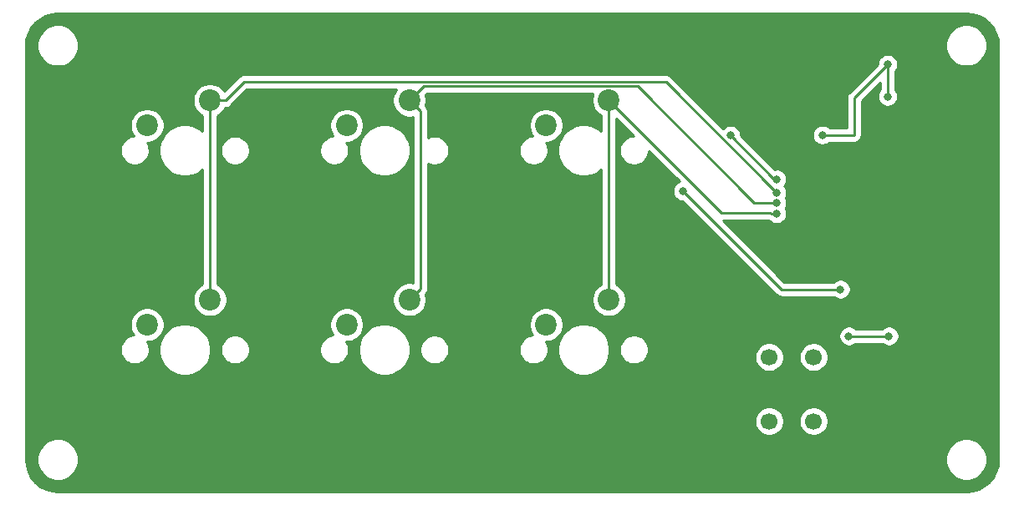
<source format=gbr>
G04 #@! TF.GenerationSoftware,KiCad,Pcbnew,5.1.5-52549c5~84~ubuntu18.04.1*
G04 #@! TF.CreationDate,2020-02-23T16:11:41-08:00*
G04 #@! TF.ProjectId,dotkb_micro,646f746b-625f-46d6-9963-726f2e6b6963,rev?*
G04 #@! TF.SameCoordinates,Original*
G04 #@! TF.FileFunction,Copper,L1,Top*
G04 #@! TF.FilePolarity,Positive*
%FSLAX46Y46*%
G04 Gerber Fmt 4.6, Leading zero omitted, Abs format (unit mm)*
G04 Created by KiCad (PCBNEW 5.1.5-52549c5~84~ubuntu18.04.1) date 2020-02-23 16:11:41*
%MOMM*%
%LPD*%
G04 APERTURE LIST*
%ADD10C,2.200000*%
%ADD11C,1.700000*%
%ADD12C,0.800000*%
%ADD13C,0.254000*%
G04 APERTURE END LIST*
D10*
X107912001Y-100158001D03*
X114262001Y-97618001D03*
X107912001Y-79958001D03*
X114262001Y-77418001D03*
X94062001Y-97618001D03*
X87712001Y-100158001D03*
X94062001Y-77418001D03*
X87712001Y-79958001D03*
X73862001Y-97618001D03*
X67512001Y-100158001D03*
X67512001Y-79958001D03*
X73862001Y-77418001D03*
D11*
X130501000Y-103456600D03*
X130501000Y-109956600D03*
X135001000Y-103456600D03*
X135001000Y-109956600D03*
D12*
X142633700Y-101320600D03*
X138569700Y-101320600D03*
X142494000Y-77012800D03*
X142494000Y-73761600D03*
X135890000Y-80924400D03*
X149860000Y-106375200D03*
X134010400Y-78079600D03*
X144272000Y-78181200D03*
X132994400Y-100380800D03*
X136131700Y-91881698D03*
X143383500Y-93395300D03*
X136961799Y-85339001D03*
X125831600Y-69850000D03*
X131267200Y-88900000D03*
X131267200Y-87807800D03*
X131267200Y-86766400D03*
X121756011Y-86602411D03*
X137718800Y-96570800D03*
X126587533Y-80969133D03*
X131267200Y-85394800D03*
D13*
X142633700Y-101320600D02*
X138569700Y-101320600D01*
X142494000Y-77012800D02*
X142494000Y-73761600D01*
X139090400Y-80924400D02*
X139090400Y-80924400D01*
X139090400Y-77165200D02*
X142494000Y-73761600D01*
X135890000Y-80924400D02*
X139090400Y-80924400D01*
X139090400Y-80924400D02*
X139090400Y-77165200D01*
X144272000Y-78181200D02*
X144272000Y-76911200D01*
X134010400Y-78079600D02*
X134010400Y-77063600D01*
X132994400Y-100380800D02*
X132994400Y-99466400D01*
X132994400Y-99466400D02*
X132537200Y-99009200D01*
X136961799Y-85904686D02*
X136956800Y-85909685D01*
X136961799Y-85339001D02*
X136961799Y-85904686D01*
X136131700Y-91881698D02*
X135600702Y-91881698D01*
X143383500Y-92829615D02*
X143357600Y-92803715D01*
X143383500Y-93395300D02*
X143383500Y-92829615D01*
X143357600Y-92803715D02*
X143357600Y-92659200D01*
X125831600Y-69850000D02*
X124968000Y-69850000D01*
X114262001Y-77418001D02*
X114400401Y-77418001D01*
X114262001Y-77418001D02*
X114262001Y-97618001D01*
X114262001Y-77418001D02*
X125642400Y-88798400D01*
X130599915Y-88798400D02*
X125642400Y-88798400D01*
X130701515Y-88900000D02*
X130599915Y-88798400D01*
X131267200Y-88900000D02*
X130701515Y-88900000D01*
X95162000Y-78518000D02*
X95162000Y-96518002D01*
X94062001Y-77418001D02*
X95162000Y-78518000D01*
X95162000Y-96518002D02*
X94062001Y-97618001D01*
X117189800Y-75991000D02*
X129006600Y-87807800D01*
X129006600Y-87807800D02*
X131267200Y-87807800D01*
X94062001Y-77418001D02*
X95489002Y-75991000D01*
X95489002Y-75991000D02*
X117189800Y-75991000D01*
X73862001Y-77418001D02*
X73862001Y-97618001D01*
X120037790Y-75536990D02*
X131267200Y-86766400D01*
X77298646Y-75536990D02*
X120037790Y-75536990D01*
X73862001Y-77418001D02*
X75417635Y-77418001D01*
X75417635Y-77418001D02*
X77298646Y-75536990D01*
X121756011Y-86602411D02*
X131724400Y-96570800D01*
X131724400Y-96570800D02*
X137718800Y-96570800D01*
X131267200Y-85394800D02*
X131368800Y-85394800D01*
X131013200Y-85394800D02*
X131267200Y-85394800D01*
X126587533Y-80969133D02*
X131013200Y-85394800D01*
G36*
X151091588Y-68643438D02*
G01*
X151700954Y-68827417D01*
X152262975Y-69126249D01*
X152756247Y-69528553D01*
X153161984Y-70019005D01*
X153464734Y-70578928D01*
X153652960Y-71186988D01*
X153723101Y-71854332D01*
X153723100Y-113806854D01*
X153657462Y-114476289D01*
X153473483Y-115085655D01*
X153174653Y-115647671D01*
X152772350Y-116140945D01*
X152281895Y-116546684D01*
X151721973Y-116849434D01*
X151113911Y-117037660D01*
X150446578Y-117107800D01*
X58494045Y-117107800D01*
X57824611Y-117042162D01*
X57215245Y-116858183D01*
X56653229Y-116559353D01*
X56159955Y-116157050D01*
X55754216Y-115666595D01*
X55451466Y-115106673D01*
X55263240Y-114498611D01*
X55193100Y-113831278D01*
X55193100Y-113634023D01*
X56338357Y-113634023D01*
X56338357Y-114051577D01*
X56419817Y-114461106D01*
X56579608Y-114846875D01*
X56811588Y-115194058D01*
X57106842Y-115489312D01*
X57454025Y-115721292D01*
X57839794Y-115881083D01*
X58249323Y-115962543D01*
X58666877Y-115962543D01*
X59076406Y-115881083D01*
X59462175Y-115721292D01*
X59809358Y-115489312D01*
X60104612Y-115194058D01*
X60336592Y-114846875D01*
X60496383Y-114461106D01*
X60577843Y-114051577D01*
X60577843Y-113634023D01*
X148338357Y-113634023D01*
X148338357Y-114051577D01*
X148419817Y-114461106D01*
X148579608Y-114846875D01*
X148811588Y-115194058D01*
X149106842Y-115489312D01*
X149454025Y-115721292D01*
X149839794Y-115881083D01*
X150249323Y-115962543D01*
X150666877Y-115962543D01*
X151076406Y-115881083D01*
X151462175Y-115721292D01*
X151809358Y-115489312D01*
X152104612Y-115194058D01*
X152336592Y-114846875D01*
X152496383Y-114461106D01*
X152577843Y-114051577D01*
X152577843Y-113634023D01*
X152496383Y-113224494D01*
X152336592Y-112838725D01*
X152104612Y-112491542D01*
X151809358Y-112196288D01*
X151462175Y-111964308D01*
X151076406Y-111804517D01*
X150666877Y-111723057D01*
X150249323Y-111723057D01*
X149839794Y-111804517D01*
X149454025Y-111964308D01*
X149106842Y-112196288D01*
X148811588Y-112491542D01*
X148579608Y-112838725D01*
X148419817Y-113224494D01*
X148338357Y-113634023D01*
X60577843Y-113634023D01*
X60496383Y-113224494D01*
X60336592Y-112838725D01*
X60104612Y-112491542D01*
X59809358Y-112196288D01*
X59462175Y-111964308D01*
X59076406Y-111804517D01*
X58666877Y-111723057D01*
X58249323Y-111723057D01*
X57839794Y-111804517D01*
X57454025Y-111964308D01*
X57106842Y-112196288D01*
X56811588Y-112491542D01*
X56579608Y-112838725D01*
X56419817Y-113224494D01*
X56338357Y-113634023D01*
X55193100Y-113634023D01*
X55193100Y-109810340D01*
X129016000Y-109810340D01*
X129016000Y-110102860D01*
X129073068Y-110389758D01*
X129185010Y-110660011D01*
X129347525Y-110903232D01*
X129554368Y-111110075D01*
X129797589Y-111272590D01*
X130067842Y-111384532D01*
X130354740Y-111441600D01*
X130647260Y-111441600D01*
X130934158Y-111384532D01*
X131204411Y-111272590D01*
X131447632Y-111110075D01*
X131654475Y-110903232D01*
X131816990Y-110660011D01*
X131928932Y-110389758D01*
X131986000Y-110102860D01*
X131986000Y-109810340D01*
X133516000Y-109810340D01*
X133516000Y-110102860D01*
X133573068Y-110389758D01*
X133685010Y-110660011D01*
X133847525Y-110903232D01*
X134054368Y-111110075D01*
X134297589Y-111272590D01*
X134567842Y-111384532D01*
X134854740Y-111441600D01*
X135147260Y-111441600D01*
X135434158Y-111384532D01*
X135704411Y-111272590D01*
X135947632Y-111110075D01*
X136154475Y-110903232D01*
X136316990Y-110660011D01*
X136428932Y-110389758D01*
X136486000Y-110102860D01*
X136486000Y-109810340D01*
X136428932Y-109523442D01*
X136316990Y-109253189D01*
X136154475Y-109009968D01*
X135947632Y-108803125D01*
X135704411Y-108640610D01*
X135434158Y-108528668D01*
X135147260Y-108471600D01*
X134854740Y-108471600D01*
X134567842Y-108528668D01*
X134297589Y-108640610D01*
X134054368Y-108803125D01*
X133847525Y-109009968D01*
X133685010Y-109253189D01*
X133573068Y-109523442D01*
X133516000Y-109810340D01*
X131986000Y-109810340D01*
X131928932Y-109523442D01*
X131816990Y-109253189D01*
X131654475Y-109009968D01*
X131447632Y-108803125D01*
X131204411Y-108640610D01*
X130934158Y-108528668D01*
X130647260Y-108471600D01*
X130354740Y-108471600D01*
X130067842Y-108528668D01*
X129797589Y-108640610D01*
X129554368Y-108803125D01*
X129347525Y-109009968D01*
X129185010Y-109253189D01*
X129073068Y-109523442D01*
X129016000Y-109810340D01*
X55193100Y-109810340D01*
X55193100Y-102551741D01*
X64757001Y-102551741D01*
X64757001Y-102844261D01*
X64814069Y-103131159D01*
X64926011Y-103401412D01*
X65088526Y-103644633D01*
X65295369Y-103851476D01*
X65538590Y-104013991D01*
X65808843Y-104125933D01*
X66095741Y-104183001D01*
X66388261Y-104183001D01*
X66675159Y-104125933D01*
X66945412Y-104013991D01*
X67188633Y-103851476D01*
X67395476Y-103644633D01*
X67557991Y-103401412D01*
X67669933Y-103131159D01*
X67727001Y-102844261D01*
X67727001Y-102551741D01*
X67704472Y-102438476D01*
X68687001Y-102438476D01*
X68687001Y-102957526D01*
X68788262Y-103466602D01*
X68986894Y-103946142D01*
X69275263Y-104377716D01*
X69642286Y-104744739D01*
X70073860Y-105033108D01*
X70553400Y-105231740D01*
X71062476Y-105333001D01*
X71581526Y-105333001D01*
X72090602Y-105231740D01*
X72570142Y-105033108D01*
X73001716Y-104744739D01*
X73368739Y-104377716D01*
X73657108Y-103946142D01*
X73855740Y-103466602D01*
X73957001Y-102957526D01*
X73957001Y-102551741D01*
X74917001Y-102551741D01*
X74917001Y-102844261D01*
X74974069Y-103131159D01*
X75086011Y-103401412D01*
X75248526Y-103644633D01*
X75455369Y-103851476D01*
X75698590Y-104013991D01*
X75968843Y-104125933D01*
X76255741Y-104183001D01*
X76548261Y-104183001D01*
X76835159Y-104125933D01*
X77105412Y-104013991D01*
X77348633Y-103851476D01*
X77555476Y-103644633D01*
X77717991Y-103401412D01*
X77829933Y-103131159D01*
X77887001Y-102844261D01*
X77887001Y-102551741D01*
X84957001Y-102551741D01*
X84957001Y-102844261D01*
X85014069Y-103131159D01*
X85126011Y-103401412D01*
X85288526Y-103644633D01*
X85495369Y-103851476D01*
X85738590Y-104013991D01*
X86008843Y-104125933D01*
X86295741Y-104183001D01*
X86588261Y-104183001D01*
X86875159Y-104125933D01*
X87145412Y-104013991D01*
X87388633Y-103851476D01*
X87595476Y-103644633D01*
X87757991Y-103401412D01*
X87869933Y-103131159D01*
X87927001Y-102844261D01*
X87927001Y-102551741D01*
X87904472Y-102438476D01*
X88887001Y-102438476D01*
X88887001Y-102957526D01*
X88988262Y-103466602D01*
X89186894Y-103946142D01*
X89475263Y-104377716D01*
X89842286Y-104744739D01*
X90273860Y-105033108D01*
X90753400Y-105231740D01*
X91262476Y-105333001D01*
X91781526Y-105333001D01*
X92290602Y-105231740D01*
X92770142Y-105033108D01*
X93201716Y-104744739D01*
X93568739Y-104377716D01*
X93857108Y-103946142D01*
X94055740Y-103466602D01*
X94157001Y-102957526D01*
X94157001Y-102551741D01*
X95117001Y-102551741D01*
X95117001Y-102844261D01*
X95174069Y-103131159D01*
X95286011Y-103401412D01*
X95448526Y-103644633D01*
X95655369Y-103851476D01*
X95898590Y-104013991D01*
X96168843Y-104125933D01*
X96455741Y-104183001D01*
X96748261Y-104183001D01*
X97035159Y-104125933D01*
X97305412Y-104013991D01*
X97548633Y-103851476D01*
X97755476Y-103644633D01*
X97917991Y-103401412D01*
X98029933Y-103131159D01*
X98087001Y-102844261D01*
X98087001Y-102551741D01*
X105157001Y-102551741D01*
X105157001Y-102844261D01*
X105214069Y-103131159D01*
X105326011Y-103401412D01*
X105488526Y-103644633D01*
X105695369Y-103851476D01*
X105938590Y-104013991D01*
X106208843Y-104125933D01*
X106495741Y-104183001D01*
X106788261Y-104183001D01*
X107075159Y-104125933D01*
X107345412Y-104013991D01*
X107588633Y-103851476D01*
X107795476Y-103644633D01*
X107957991Y-103401412D01*
X108069933Y-103131159D01*
X108127001Y-102844261D01*
X108127001Y-102551741D01*
X108104472Y-102438476D01*
X109087001Y-102438476D01*
X109087001Y-102957526D01*
X109188262Y-103466602D01*
X109386894Y-103946142D01*
X109675263Y-104377716D01*
X110042286Y-104744739D01*
X110473860Y-105033108D01*
X110953400Y-105231740D01*
X111462476Y-105333001D01*
X111981526Y-105333001D01*
X112490602Y-105231740D01*
X112970142Y-105033108D01*
X113401716Y-104744739D01*
X113768739Y-104377716D01*
X114057108Y-103946142D01*
X114255740Y-103466602D01*
X114357001Y-102957526D01*
X114357001Y-102551741D01*
X115317001Y-102551741D01*
X115317001Y-102844261D01*
X115374069Y-103131159D01*
X115486011Y-103401412D01*
X115648526Y-103644633D01*
X115855369Y-103851476D01*
X116098590Y-104013991D01*
X116368843Y-104125933D01*
X116655741Y-104183001D01*
X116948261Y-104183001D01*
X117235159Y-104125933D01*
X117505412Y-104013991D01*
X117748633Y-103851476D01*
X117955476Y-103644633D01*
X118117991Y-103401412D01*
X118155714Y-103310340D01*
X129016000Y-103310340D01*
X129016000Y-103602860D01*
X129073068Y-103889758D01*
X129185010Y-104160011D01*
X129347525Y-104403232D01*
X129554368Y-104610075D01*
X129797589Y-104772590D01*
X130067842Y-104884532D01*
X130354740Y-104941600D01*
X130647260Y-104941600D01*
X130934158Y-104884532D01*
X131204411Y-104772590D01*
X131447632Y-104610075D01*
X131654475Y-104403232D01*
X131816990Y-104160011D01*
X131928932Y-103889758D01*
X131986000Y-103602860D01*
X131986000Y-103310340D01*
X133516000Y-103310340D01*
X133516000Y-103602860D01*
X133573068Y-103889758D01*
X133685010Y-104160011D01*
X133847525Y-104403232D01*
X134054368Y-104610075D01*
X134297589Y-104772590D01*
X134567842Y-104884532D01*
X134854740Y-104941600D01*
X135147260Y-104941600D01*
X135434158Y-104884532D01*
X135704411Y-104772590D01*
X135947632Y-104610075D01*
X136154475Y-104403232D01*
X136316990Y-104160011D01*
X136428932Y-103889758D01*
X136486000Y-103602860D01*
X136486000Y-103310340D01*
X136428932Y-103023442D01*
X136316990Y-102753189D01*
X136154475Y-102509968D01*
X135947632Y-102303125D01*
X135704411Y-102140610D01*
X135434158Y-102028668D01*
X135147260Y-101971600D01*
X134854740Y-101971600D01*
X134567842Y-102028668D01*
X134297589Y-102140610D01*
X134054368Y-102303125D01*
X133847525Y-102509968D01*
X133685010Y-102753189D01*
X133573068Y-103023442D01*
X133516000Y-103310340D01*
X131986000Y-103310340D01*
X131928932Y-103023442D01*
X131816990Y-102753189D01*
X131654475Y-102509968D01*
X131447632Y-102303125D01*
X131204411Y-102140610D01*
X130934158Y-102028668D01*
X130647260Y-101971600D01*
X130354740Y-101971600D01*
X130067842Y-102028668D01*
X129797589Y-102140610D01*
X129554368Y-102303125D01*
X129347525Y-102509968D01*
X129185010Y-102753189D01*
X129073068Y-103023442D01*
X129016000Y-103310340D01*
X118155714Y-103310340D01*
X118229933Y-103131159D01*
X118287001Y-102844261D01*
X118287001Y-102551741D01*
X118229933Y-102264843D01*
X118117991Y-101994590D01*
X117955476Y-101751369D01*
X117748633Y-101544526D01*
X117505412Y-101382011D01*
X117235159Y-101270069D01*
X116976716Y-101218661D01*
X137534700Y-101218661D01*
X137534700Y-101422539D01*
X137574474Y-101622498D01*
X137652495Y-101810856D01*
X137765763Y-101980374D01*
X137909926Y-102124537D01*
X138079444Y-102237805D01*
X138267802Y-102315826D01*
X138467761Y-102355600D01*
X138671639Y-102355600D01*
X138871598Y-102315826D01*
X139059956Y-102237805D01*
X139229474Y-102124537D01*
X139271411Y-102082600D01*
X141931989Y-102082600D01*
X141973926Y-102124537D01*
X142143444Y-102237805D01*
X142331802Y-102315826D01*
X142531761Y-102355600D01*
X142735639Y-102355600D01*
X142935598Y-102315826D01*
X143123956Y-102237805D01*
X143293474Y-102124537D01*
X143437637Y-101980374D01*
X143550905Y-101810856D01*
X143628926Y-101622498D01*
X143668700Y-101422539D01*
X143668700Y-101218661D01*
X143628926Y-101018702D01*
X143550905Y-100830344D01*
X143437637Y-100660826D01*
X143293474Y-100516663D01*
X143123956Y-100403395D01*
X142935598Y-100325374D01*
X142735639Y-100285600D01*
X142531761Y-100285600D01*
X142331802Y-100325374D01*
X142143444Y-100403395D01*
X141973926Y-100516663D01*
X141931989Y-100558600D01*
X139271411Y-100558600D01*
X139229474Y-100516663D01*
X139059956Y-100403395D01*
X138871598Y-100325374D01*
X138671639Y-100285600D01*
X138467761Y-100285600D01*
X138267802Y-100325374D01*
X138079444Y-100403395D01*
X137909926Y-100516663D01*
X137765763Y-100660826D01*
X137652495Y-100830344D01*
X137574474Y-101018702D01*
X137534700Y-101218661D01*
X116976716Y-101218661D01*
X116948261Y-101213001D01*
X116655741Y-101213001D01*
X116368843Y-101270069D01*
X116098590Y-101382011D01*
X115855369Y-101544526D01*
X115648526Y-101751369D01*
X115486011Y-101994590D01*
X115374069Y-102264843D01*
X115317001Y-102551741D01*
X114357001Y-102551741D01*
X114357001Y-102438476D01*
X114255740Y-101929400D01*
X114057108Y-101449860D01*
X113768739Y-101018286D01*
X113401716Y-100651263D01*
X112970142Y-100362894D01*
X112490602Y-100164262D01*
X111981526Y-100063001D01*
X111462476Y-100063001D01*
X110953400Y-100164262D01*
X110473860Y-100362894D01*
X110042286Y-100651263D01*
X109675263Y-101018286D01*
X109386894Y-101449860D01*
X109188262Y-101929400D01*
X109087001Y-102438476D01*
X108104472Y-102438476D01*
X108069933Y-102264843D01*
X107957991Y-101994590D01*
X107890111Y-101893001D01*
X108082884Y-101893001D01*
X108418082Y-101826326D01*
X108733832Y-101695538D01*
X109017999Y-101505664D01*
X109259664Y-101263999D01*
X109449538Y-100979832D01*
X109580326Y-100664082D01*
X109647001Y-100328884D01*
X109647001Y-99987118D01*
X109580326Y-99651920D01*
X109449538Y-99336170D01*
X109259664Y-99052003D01*
X109017999Y-98810338D01*
X108733832Y-98620464D01*
X108418082Y-98489676D01*
X108082884Y-98423001D01*
X107741118Y-98423001D01*
X107405920Y-98489676D01*
X107090170Y-98620464D01*
X106806003Y-98810338D01*
X106564338Y-99052003D01*
X106374464Y-99336170D01*
X106243676Y-99651920D01*
X106177001Y-99987118D01*
X106177001Y-100328884D01*
X106243676Y-100664082D01*
X106374464Y-100979832D01*
X106530262Y-101213001D01*
X106495741Y-101213001D01*
X106208843Y-101270069D01*
X105938590Y-101382011D01*
X105695369Y-101544526D01*
X105488526Y-101751369D01*
X105326011Y-101994590D01*
X105214069Y-102264843D01*
X105157001Y-102551741D01*
X98087001Y-102551741D01*
X98029933Y-102264843D01*
X97917991Y-101994590D01*
X97755476Y-101751369D01*
X97548633Y-101544526D01*
X97305412Y-101382011D01*
X97035159Y-101270069D01*
X96748261Y-101213001D01*
X96455741Y-101213001D01*
X96168843Y-101270069D01*
X95898590Y-101382011D01*
X95655369Y-101544526D01*
X95448526Y-101751369D01*
X95286011Y-101994590D01*
X95174069Y-102264843D01*
X95117001Y-102551741D01*
X94157001Y-102551741D01*
X94157001Y-102438476D01*
X94055740Y-101929400D01*
X93857108Y-101449860D01*
X93568739Y-101018286D01*
X93201716Y-100651263D01*
X92770142Y-100362894D01*
X92290602Y-100164262D01*
X91781526Y-100063001D01*
X91262476Y-100063001D01*
X90753400Y-100164262D01*
X90273860Y-100362894D01*
X89842286Y-100651263D01*
X89475263Y-101018286D01*
X89186894Y-101449860D01*
X88988262Y-101929400D01*
X88887001Y-102438476D01*
X87904472Y-102438476D01*
X87869933Y-102264843D01*
X87757991Y-101994590D01*
X87690111Y-101893001D01*
X87882884Y-101893001D01*
X88218082Y-101826326D01*
X88533832Y-101695538D01*
X88817999Y-101505664D01*
X89059664Y-101263999D01*
X89249538Y-100979832D01*
X89380326Y-100664082D01*
X89447001Y-100328884D01*
X89447001Y-99987118D01*
X89380326Y-99651920D01*
X89249538Y-99336170D01*
X89059664Y-99052003D01*
X88817999Y-98810338D01*
X88533832Y-98620464D01*
X88218082Y-98489676D01*
X87882884Y-98423001D01*
X87541118Y-98423001D01*
X87205920Y-98489676D01*
X86890170Y-98620464D01*
X86606003Y-98810338D01*
X86364338Y-99052003D01*
X86174464Y-99336170D01*
X86043676Y-99651920D01*
X85977001Y-99987118D01*
X85977001Y-100328884D01*
X86043676Y-100664082D01*
X86174464Y-100979832D01*
X86330262Y-101213001D01*
X86295741Y-101213001D01*
X86008843Y-101270069D01*
X85738590Y-101382011D01*
X85495369Y-101544526D01*
X85288526Y-101751369D01*
X85126011Y-101994590D01*
X85014069Y-102264843D01*
X84957001Y-102551741D01*
X77887001Y-102551741D01*
X77829933Y-102264843D01*
X77717991Y-101994590D01*
X77555476Y-101751369D01*
X77348633Y-101544526D01*
X77105412Y-101382011D01*
X76835159Y-101270069D01*
X76548261Y-101213001D01*
X76255741Y-101213001D01*
X75968843Y-101270069D01*
X75698590Y-101382011D01*
X75455369Y-101544526D01*
X75248526Y-101751369D01*
X75086011Y-101994590D01*
X74974069Y-102264843D01*
X74917001Y-102551741D01*
X73957001Y-102551741D01*
X73957001Y-102438476D01*
X73855740Y-101929400D01*
X73657108Y-101449860D01*
X73368739Y-101018286D01*
X73001716Y-100651263D01*
X72570142Y-100362894D01*
X72090602Y-100164262D01*
X71581526Y-100063001D01*
X71062476Y-100063001D01*
X70553400Y-100164262D01*
X70073860Y-100362894D01*
X69642286Y-100651263D01*
X69275263Y-101018286D01*
X68986894Y-101449860D01*
X68788262Y-101929400D01*
X68687001Y-102438476D01*
X67704472Y-102438476D01*
X67669933Y-102264843D01*
X67557991Y-101994590D01*
X67490111Y-101893001D01*
X67682884Y-101893001D01*
X68018082Y-101826326D01*
X68333832Y-101695538D01*
X68617999Y-101505664D01*
X68859664Y-101263999D01*
X69049538Y-100979832D01*
X69180326Y-100664082D01*
X69247001Y-100328884D01*
X69247001Y-99987118D01*
X69180326Y-99651920D01*
X69049538Y-99336170D01*
X68859664Y-99052003D01*
X68617999Y-98810338D01*
X68333832Y-98620464D01*
X68018082Y-98489676D01*
X67682884Y-98423001D01*
X67341118Y-98423001D01*
X67005920Y-98489676D01*
X66690170Y-98620464D01*
X66406003Y-98810338D01*
X66164338Y-99052003D01*
X65974464Y-99336170D01*
X65843676Y-99651920D01*
X65777001Y-99987118D01*
X65777001Y-100328884D01*
X65843676Y-100664082D01*
X65974464Y-100979832D01*
X66130262Y-101213001D01*
X66095741Y-101213001D01*
X65808843Y-101270069D01*
X65538590Y-101382011D01*
X65295369Y-101544526D01*
X65088526Y-101751369D01*
X64926011Y-101994590D01*
X64814069Y-102264843D01*
X64757001Y-102551741D01*
X55193100Y-102551741D01*
X55193100Y-82351741D01*
X64757001Y-82351741D01*
X64757001Y-82644261D01*
X64814069Y-82931159D01*
X64926011Y-83201412D01*
X65088526Y-83444633D01*
X65295369Y-83651476D01*
X65538590Y-83813991D01*
X65808843Y-83925933D01*
X66095741Y-83983001D01*
X66388261Y-83983001D01*
X66675159Y-83925933D01*
X66945412Y-83813991D01*
X67188633Y-83651476D01*
X67395476Y-83444633D01*
X67557991Y-83201412D01*
X67669933Y-82931159D01*
X67727001Y-82644261D01*
X67727001Y-82351741D01*
X67704472Y-82238476D01*
X68687001Y-82238476D01*
X68687001Y-82757526D01*
X68788262Y-83266602D01*
X68986894Y-83746142D01*
X69275263Y-84177716D01*
X69642286Y-84544739D01*
X70073860Y-84833108D01*
X70553400Y-85031740D01*
X71062476Y-85133001D01*
X71581526Y-85133001D01*
X72090602Y-85031740D01*
X72570142Y-84833108D01*
X73001716Y-84544739D01*
X73100001Y-84446454D01*
X73100002Y-96055681D01*
X73040170Y-96080464D01*
X72756003Y-96270338D01*
X72514338Y-96512003D01*
X72324464Y-96796170D01*
X72193676Y-97111920D01*
X72127001Y-97447118D01*
X72127001Y-97788884D01*
X72193676Y-98124082D01*
X72324464Y-98439832D01*
X72514338Y-98723999D01*
X72756003Y-98965664D01*
X73040170Y-99155538D01*
X73355920Y-99286326D01*
X73691118Y-99353001D01*
X74032884Y-99353001D01*
X74368082Y-99286326D01*
X74683832Y-99155538D01*
X74967999Y-98965664D01*
X75209664Y-98723999D01*
X75399538Y-98439832D01*
X75530326Y-98124082D01*
X75597001Y-97788884D01*
X75597001Y-97447118D01*
X75530326Y-97111920D01*
X75399538Y-96796170D01*
X75209664Y-96512003D01*
X74967999Y-96270338D01*
X74683832Y-96080464D01*
X74624001Y-96055681D01*
X74624001Y-82351741D01*
X74917001Y-82351741D01*
X74917001Y-82644261D01*
X74974069Y-82931159D01*
X75086011Y-83201412D01*
X75248526Y-83444633D01*
X75455369Y-83651476D01*
X75698590Y-83813991D01*
X75968843Y-83925933D01*
X76255741Y-83983001D01*
X76548261Y-83983001D01*
X76835159Y-83925933D01*
X77105412Y-83813991D01*
X77348633Y-83651476D01*
X77555476Y-83444633D01*
X77717991Y-83201412D01*
X77829933Y-82931159D01*
X77887001Y-82644261D01*
X77887001Y-82351741D01*
X84957001Y-82351741D01*
X84957001Y-82644261D01*
X85014069Y-82931159D01*
X85126011Y-83201412D01*
X85288526Y-83444633D01*
X85495369Y-83651476D01*
X85738590Y-83813991D01*
X86008843Y-83925933D01*
X86295741Y-83983001D01*
X86588261Y-83983001D01*
X86875159Y-83925933D01*
X87145412Y-83813991D01*
X87388633Y-83651476D01*
X87595476Y-83444633D01*
X87757991Y-83201412D01*
X87869933Y-82931159D01*
X87927001Y-82644261D01*
X87927001Y-82351741D01*
X87904472Y-82238476D01*
X88887001Y-82238476D01*
X88887001Y-82757526D01*
X88988262Y-83266602D01*
X89186894Y-83746142D01*
X89475263Y-84177716D01*
X89842286Y-84544739D01*
X90273860Y-84833108D01*
X90753400Y-85031740D01*
X91262476Y-85133001D01*
X91781526Y-85133001D01*
X92290602Y-85031740D01*
X92770142Y-84833108D01*
X93201716Y-84544739D01*
X93568739Y-84177716D01*
X93857108Y-83746142D01*
X94055740Y-83266602D01*
X94157001Y-82757526D01*
X94157001Y-82238476D01*
X94055740Y-81729400D01*
X93857108Y-81249860D01*
X93568739Y-80818286D01*
X93201716Y-80451263D01*
X92770142Y-80162894D01*
X92290602Y-79964262D01*
X91781526Y-79863001D01*
X91262476Y-79863001D01*
X90753400Y-79964262D01*
X90273860Y-80162894D01*
X89842286Y-80451263D01*
X89475263Y-80818286D01*
X89186894Y-81249860D01*
X88988262Y-81729400D01*
X88887001Y-82238476D01*
X87904472Y-82238476D01*
X87869933Y-82064843D01*
X87757991Y-81794590D01*
X87690111Y-81693001D01*
X87882884Y-81693001D01*
X88218082Y-81626326D01*
X88533832Y-81495538D01*
X88817999Y-81305664D01*
X89059664Y-81063999D01*
X89249538Y-80779832D01*
X89380326Y-80464082D01*
X89447001Y-80128884D01*
X89447001Y-79787118D01*
X89380326Y-79451920D01*
X89249538Y-79136170D01*
X89059664Y-78852003D01*
X88817999Y-78610338D01*
X88533832Y-78420464D01*
X88218082Y-78289676D01*
X87882884Y-78223001D01*
X87541118Y-78223001D01*
X87205920Y-78289676D01*
X86890170Y-78420464D01*
X86606003Y-78610338D01*
X86364338Y-78852003D01*
X86174464Y-79136170D01*
X86043676Y-79451920D01*
X85977001Y-79787118D01*
X85977001Y-80128884D01*
X86043676Y-80464082D01*
X86174464Y-80779832D01*
X86330262Y-81013001D01*
X86295741Y-81013001D01*
X86008843Y-81070069D01*
X85738590Y-81182011D01*
X85495369Y-81344526D01*
X85288526Y-81551369D01*
X85126011Y-81794590D01*
X85014069Y-82064843D01*
X84957001Y-82351741D01*
X77887001Y-82351741D01*
X77829933Y-82064843D01*
X77717991Y-81794590D01*
X77555476Y-81551369D01*
X77348633Y-81344526D01*
X77105412Y-81182011D01*
X76835159Y-81070069D01*
X76548261Y-81013001D01*
X76255741Y-81013001D01*
X75968843Y-81070069D01*
X75698590Y-81182011D01*
X75455369Y-81344526D01*
X75248526Y-81551369D01*
X75086011Y-81794590D01*
X74974069Y-82064843D01*
X74917001Y-82351741D01*
X74624001Y-82351741D01*
X74624001Y-78980321D01*
X74683832Y-78955538D01*
X74967999Y-78765664D01*
X75209664Y-78523999D01*
X75399538Y-78239832D01*
X75423013Y-78183157D01*
X75455058Y-78180001D01*
X75455061Y-78180001D01*
X75567013Y-78168975D01*
X75710650Y-78125403D01*
X75843027Y-78054646D01*
X75959057Y-77959423D01*
X75982919Y-77930347D01*
X77614277Y-76298990D01*
X92727351Y-76298990D01*
X92714338Y-76312003D01*
X92524464Y-76596170D01*
X92393676Y-76911920D01*
X92327001Y-77247118D01*
X92327001Y-77588884D01*
X92393676Y-77924082D01*
X92524464Y-78239832D01*
X92714338Y-78523999D01*
X92956003Y-78765664D01*
X93240170Y-78955538D01*
X93555920Y-79086326D01*
X93891118Y-79153001D01*
X94232884Y-79153001D01*
X94400000Y-79119760D01*
X94400001Y-95916243D01*
X94232884Y-95883001D01*
X93891118Y-95883001D01*
X93555920Y-95949676D01*
X93240170Y-96080464D01*
X92956003Y-96270338D01*
X92714338Y-96512003D01*
X92524464Y-96796170D01*
X92393676Y-97111920D01*
X92327001Y-97447118D01*
X92327001Y-97788884D01*
X92393676Y-98124082D01*
X92524464Y-98439832D01*
X92714338Y-98723999D01*
X92956003Y-98965664D01*
X93240170Y-99155538D01*
X93555920Y-99286326D01*
X93891118Y-99353001D01*
X94232884Y-99353001D01*
X94568082Y-99286326D01*
X94883832Y-99155538D01*
X95167999Y-98965664D01*
X95409664Y-98723999D01*
X95599538Y-98439832D01*
X95730326Y-98124082D01*
X95797001Y-97788884D01*
X95797001Y-97447118D01*
X95730326Y-97111920D01*
X95706851Y-97055246D01*
X95763857Y-96985783D01*
X95798645Y-96943395D01*
X95869401Y-96811018D01*
X95869402Y-96811017D01*
X95912974Y-96667380D01*
X95924000Y-96555428D01*
X95924000Y-96555425D01*
X95927686Y-96518002D01*
X95924000Y-96480579D01*
X95924000Y-83824516D01*
X96168843Y-83925933D01*
X96455741Y-83983001D01*
X96748261Y-83983001D01*
X97035159Y-83925933D01*
X97305412Y-83813991D01*
X97548633Y-83651476D01*
X97755476Y-83444633D01*
X97917991Y-83201412D01*
X98029933Y-82931159D01*
X98087001Y-82644261D01*
X98087001Y-82351741D01*
X105157001Y-82351741D01*
X105157001Y-82644261D01*
X105214069Y-82931159D01*
X105326011Y-83201412D01*
X105488526Y-83444633D01*
X105695369Y-83651476D01*
X105938590Y-83813991D01*
X106208843Y-83925933D01*
X106495741Y-83983001D01*
X106788261Y-83983001D01*
X107075159Y-83925933D01*
X107345412Y-83813991D01*
X107588633Y-83651476D01*
X107795476Y-83444633D01*
X107957991Y-83201412D01*
X108069933Y-82931159D01*
X108127001Y-82644261D01*
X108127001Y-82351741D01*
X108069933Y-82064843D01*
X107957991Y-81794590D01*
X107890111Y-81693001D01*
X108082884Y-81693001D01*
X108418082Y-81626326D01*
X108733832Y-81495538D01*
X109017999Y-81305664D01*
X109259664Y-81063999D01*
X109449538Y-80779832D01*
X109580326Y-80464082D01*
X109647001Y-80128884D01*
X109647001Y-79787118D01*
X109580326Y-79451920D01*
X109449538Y-79136170D01*
X109259664Y-78852003D01*
X109017999Y-78610338D01*
X108733832Y-78420464D01*
X108418082Y-78289676D01*
X108082884Y-78223001D01*
X107741118Y-78223001D01*
X107405920Y-78289676D01*
X107090170Y-78420464D01*
X106806003Y-78610338D01*
X106564338Y-78852003D01*
X106374464Y-79136170D01*
X106243676Y-79451920D01*
X106177001Y-79787118D01*
X106177001Y-80128884D01*
X106243676Y-80464082D01*
X106374464Y-80779832D01*
X106530262Y-81013001D01*
X106495741Y-81013001D01*
X106208843Y-81070069D01*
X105938590Y-81182011D01*
X105695369Y-81344526D01*
X105488526Y-81551369D01*
X105326011Y-81794590D01*
X105214069Y-82064843D01*
X105157001Y-82351741D01*
X98087001Y-82351741D01*
X98029933Y-82064843D01*
X97917991Y-81794590D01*
X97755476Y-81551369D01*
X97548633Y-81344526D01*
X97305412Y-81182011D01*
X97035159Y-81070069D01*
X96748261Y-81013001D01*
X96455741Y-81013001D01*
X96168843Y-81070069D01*
X95924000Y-81171486D01*
X95924000Y-78555423D01*
X95927686Y-78518000D01*
X95924000Y-78480574D01*
X95912974Y-78368622D01*
X95869402Y-78224985D01*
X95836465Y-78163364D01*
X95798645Y-78092607D01*
X95761872Y-78047800D01*
X95706851Y-77980756D01*
X95730326Y-77924082D01*
X95797001Y-77588884D01*
X95797001Y-77247118D01*
X95730326Y-76911920D01*
X95705543Y-76852089D01*
X95804633Y-76753000D01*
X112659503Y-76753000D01*
X112593676Y-76911920D01*
X112527001Y-77247118D01*
X112527001Y-77588884D01*
X112593676Y-77924082D01*
X112724464Y-78239832D01*
X112914338Y-78523999D01*
X113156003Y-78765664D01*
X113440170Y-78955538D01*
X113500001Y-78980321D01*
X113500001Y-80549548D01*
X113401716Y-80451263D01*
X112970142Y-80162894D01*
X112490602Y-79964262D01*
X111981526Y-79863001D01*
X111462476Y-79863001D01*
X110953400Y-79964262D01*
X110473860Y-80162894D01*
X110042286Y-80451263D01*
X109675263Y-80818286D01*
X109386894Y-81249860D01*
X109188262Y-81729400D01*
X109087001Y-82238476D01*
X109087001Y-82757526D01*
X109188262Y-83266602D01*
X109386894Y-83746142D01*
X109675263Y-84177716D01*
X110042286Y-84544739D01*
X110473860Y-84833108D01*
X110953400Y-85031740D01*
X111462476Y-85133001D01*
X111981526Y-85133001D01*
X112490602Y-85031740D01*
X112970142Y-84833108D01*
X113401716Y-84544739D01*
X113500001Y-84446454D01*
X113500002Y-96055681D01*
X113440170Y-96080464D01*
X113156003Y-96270338D01*
X112914338Y-96512003D01*
X112724464Y-96796170D01*
X112593676Y-97111920D01*
X112527001Y-97447118D01*
X112527001Y-97788884D01*
X112593676Y-98124082D01*
X112724464Y-98439832D01*
X112914338Y-98723999D01*
X113156003Y-98965664D01*
X113440170Y-99155538D01*
X113755920Y-99286326D01*
X114091118Y-99353001D01*
X114432884Y-99353001D01*
X114768082Y-99286326D01*
X115083832Y-99155538D01*
X115367999Y-98965664D01*
X115609664Y-98723999D01*
X115799538Y-98439832D01*
X115930326Y-98124082D01*
X115997001Y-97788884D01*
X115997001Y-97447118D01*
X115930326Y-97111920D01*
X115799538Y-96796170D01*
X115609664Y-96512003D01*
X115367999Y-96270338D01*
X115083832Y-96080464D01*
X115024001Y-96055681D01*
X115024001Y-79257631D01*
X116779371Y-81013001D01*
X116655741Y-81013001D01*
X116368843Y-81070069D01*
X116098590Y-81182011D01*
X115855369Y-81344526D01*
X115648526Y-81551369D01*
X115486011Y-81794590D01*
X115374069Y-82064843D01*
X115317001Y-82351741D01*
X115317001Y-82644261D01*
X115374069Y-82931159D01*
X115486011Y-83201412D01*
X115648526Y-83444633D01*
X115855369Y-83651476D01*
X116098590Y-83813991D01*
X116368843Y-83925933D01*
X116655741Y-83983001D01*
X116948261Y-83983001D01*
X117235159Y-83925933D01*
X117505412Y-83813991D01*
X117748633Y-83651476D01*
X117955476Y-83444633D01*
X118117991Y-83201412D01*
X118229933Y-82931159D01*
X118287001Y-82644261D01*
X118287001Y-82520631D01*
X121397150Y-85630780D01*
X121265755Y-85685206D01*
X121096237Y-85798474D01*
X120952074Y-85942637D01*
X120838806Y-86112155D01*
X120760785Y-86300513D01*
X120721011Y-86500472D01*
X120721011Y-86704350D01*
X120760785Y-86904309D01*
X120838806Y-87092667D01*
X120952074Y-87262185D01*
X121096237Y-87406348D01*
X121265755Y-87519616D01*
X121454113Y-87597637D01*
X121654072Y-87637411D01*
X121713381Y-87637411D01*
X131159121Y-97083152D01*
X131182978Y-97112222D01*
X131212048Y-97136079D01*
X131299007Y-97207445D01*
X131342279Y-97230574D01*
X131431385Y-97278202D01*
X131575022Y-97321774D01*
X131686974Y-97332800D01*
X131686977Y-97332800D01*
X131724400Y-97336486D01*
X131761823Y-97332800D01*
X137017089Y-97332800D01*
X137059026Y-97374737D01*
X137228544Y-97488005D01*
X137416902Y-97566026D01*
X137616861Y-97605800D01*
X137820739Y-97605800D01*
X138020698Y-97566026D01*
X138209056Y-97488005D01*
X138378574Y-97374737D01*
X138522737Y-97230574D01*
X138636005Y-97061056D01*
X138714026Y-96872698D01*
X138753800Y-96672739D01*
X138753800Y-96468861D01*
X138714026Y-96268902D01*
X138636005Y-96080544D01*
X138522737Y-95911026D01*
X138378574Y-95766863D01*
X138209056Y-95653595D01*
X138020698Y-95575574D01*
X137820739Y-95535800D01*
X137616861Y-95535800D01*
X137416902Y-95575574D01*
X137228544Y-95653595D01*
X137059026Y-95766863D01*
X137017089Y-95808800D01*
X132040031Y-95808800D01*
X125791630Y-89560400D01*
X130320565Y-89560400D01*
X130408500Y-89607402D01*
X130552137Y-89650974D01*
X130554717Y-89651228D01*
X130607426Y-89703937D01*
X130776944Y-89817205D01*
X130965302Y-89895226D01*
X131165261Y-89935000D01*
X131369139Y-89935000D01*
X131569098Y-89895226D01*
X131757456Y-89817205D01*
X131926974Y-89703937D01*
X132071137Y-89559774D01*
X132184405Y-89390256D01*
X132262426Y-89201898D01*
X132302200Y-89001939D01*
X132302200Y-88798061D01*
X132262426Y-88598102D01*
X132184405Y-88409744D01*
X132147091Y-88353900D01*
X132184405Y-88298056D01*
X132262426Y-88109698D01*
X132302200Y-87909739D01*
X132302200Y-87705861D01*
X132262426Y-87505902D01*
X132184405Y-87317544D01*
X132164063Y-87287100D01*
X132184405Y-87256656D01*
X132262426Y-87068298D01*
X132302200Y-86868339D01*
X132302200Y-86664461D01*
X132262426Y-86464502D01*
X132184405Y-86276144D01*
X132071137Y-86106626D01*
X132045111Y-86080600D01*
X132071137Y-86054574D01*
X132184405Y-85885056D01*
X132262426Y-85696698D01*
X132302200Y-85496739D01*
X132302200Y-85292861D01*
X132262426Y-85092902D01*
X132184405Y-84904544D01*
X132071137Y-84735026D01*
X131926974Y-84590863D01*
X131757456Y-84477595D01*
X131569098Y-84399574D01*
X131369139Y-84359800D01*
X131165261Y-84359800D01*
X131073986Y-84377956D01*
X127622533Y-80926503D01*
X127622533Y-80867194D01*
X127613636Y-80822461D01*
X134855000Y-80822461D01*
X134855000Y-81026339D01*
X134894774Y-81226298D01*
X134972795Y-81414656D01*
X135086063Y-81584174D01*
X135230226Y-81728337D01*
X135399744Y-81841605D01*
X135588102Y-81919626D01*
X135788061Y-81959400D01*
X135991939Y-81959400D01*
X136191898Y-81919626D01*
X136380256Y-81841605D01*
X136549774Y-81728337D01*
X136591711Y-81686400D01*
X139052974Y-81686400D01*
X139090400Y-81690086D01*
X139127825Y-81686400D01*
X139127826Y-81686400D01*
X139239778Y-81675374D01*
X139383415Y-81631802D01*
X139515792Y-81561045D01*
X139631822Y-81465822D01*
X139727045Y-81349792D01*
X139797802Y-81217415D01*
X139841374Y-81073778D01*
X139856086Y-80924400D01*
X139852400Y-80886974D01*
X139852400Y-77480830D01*
X141732000Y-75601230D01*
X141732000Y-76311089D01*
X141690063Y-76353026D01*
X141576795Y-76522544D01*
X141498774Y-76710902D01*
X141459000Y-76910861D01*
X141459000Y-77114739D01*
X141498774Y-77314698D01*
X141576795Y-77503056D01*
X141690063Y-77672574D01*
X141834226Y-77816737D01*
X142003744Y-77930005D01*
X142192102Y-78008026D01*
X142392061Y-78047800D01*
X142595939Y-78047800D01*
X142795898Y-78008026D01*
X142984256Y-77930005D01*
X143153774Y-77816737D01*
X143297937Y-77672574D01*
X143411205Y-77503056D01*
X143489226Y-77314698D01*
X143529000Y-77114739D01*
X143529000Y-76910861D01*
X143489226Y-76710902D01*
X143411205Y-76522544D01*
X143297937Y-76353026D01*
X143256000Y-76311089D01*
X143256000Y-74463311D01*
X143297937Y-74421374D01*
X143411205Y-74251856D01*
X143489226Y-74063498D01*
X143529000Y-73863539D01*
X143529000Y-73659661D01*
X143489226Y-73459702D01*
X143411205Y-73271344D01*
X143297937Y-73101826D01*
X143153774Y-72957663D01*
X142984256Y-72844395D01*
X142795898Y-72766374D01*
X142595939Y-72726600D01*
X142392061Y-72726600D01*
X142192102Y-72766374D01*
X142003744Y-72844395D01*
X141834226Y-72957663D01*
X141690063Y-73101826D01*
X141576795Y-73271344D01*
X141498774Y-73459702D01*
X141459000Y-73659661D01*
X141459000Y-73718969D01*
X138578049Y-76599921D01*
X138548979Y-76623778D01*
X138525122Y-76652848D01*
X138525121Y-76652849D01*
X138453755Y-76739808D01*
X138382999Y-76872185D01*
X138339427Y-77015822D01*
X138324714Y-77165200D01*
X138328401Y-77202633D01*
X138328400Y-80162400D01*
X136591711Y-80162400D01*
X136549774Y-80120463D01*
X136380256Y-80007195D01*
X136191898Y-79929174D01*
X135991939Y-79889400D01*
X135788061Y-79889400D01*
X135588102Y-79929174D01*
X135399744Y-80007195D01*
X135230226Y-80120463D01*
X135086063Y-80264626D01*
X134972795Y-80434144D01*
X134894774Y-80622502D01*
X134855000Y-80822461D01*
X127613636Y-80822461D01*
X127582759Y-80667235D01*
X127504738Y-80478877D01*
X127391470Y-80309359D01*
X127247307Y-80165196D01*
X127077789Y-80051928D01*
X126889431Y-79973907D01*
X126689472Y-79934133D01*
X126485594Y-79934133D01*
X126285635Y-79973907D01*
X126097277Y-80051928D01*
X125927759Y-80165196D01*
X125835693Y-80257262D01*
X120603074Y-75024644D01*
X120579212Y-74995568D01*
X120463182Y-74900345D01*
X120330805Y-74829588D01*
X120187168Y-74786016D01*
X120075216Y-74774990D01*
X120075213Y-74774990D01*
X120037790Y-74771304D01*
X120000367Y-74774990D01*
X77336068Y-74774990D01*
X77298645Y-74771304D01*
X77261222Y-74774990D01*
X77261220Y-74774990D01*
X77149268Y-74786016D01*
X77005631Y-74829588D01*
X76873254Y-74900345D01*
X76757224Y-74995568D01*
X76733367Y-75024638D01*
X75304328Y-76453678D01*
X75209664Y-76312003D01*
X74967999Y-76070338D01*
X74683832Y-75880464D01*
X74368082Y-75749676D01*
X74032884Y-75683001D01*
X73691118Y-75683001D01*
X73355920Y-75749676D01*
X73040170Y-75880464D01*
X72756003Y-76070338D01*
X72514338Y-76312003D01*
X72324464Y-76596170D01*
X72193676Y-76911920D01*
X72127001Y-77247118D01*
X72127001Y-77588884D01*
X72193676Y-77924082D01*
X72324464Y-78239832D01*
X72514338Y-78523999D01*
X72756003Y-78765664D01*
X73040170Y-78955538D01*
X73100001Y-78980321D01*
X73100001Y-80549548D01*
X73001716Y-80451263D01*
X72570142Y-80162894D01*
X72090602Y-79964262D01*
X71581526Y-79863001D01*
X71062476Y-79863001D01*
X70553400Y-79964262D01*
X70073860Y-80162894D01*
X69642286Y-80451263D01*
X69275263Y-80818286D01*
X68986894Y-81249860D01*
X68788262Y-81729400D01*
X68687001Y-82238476D01*
X67704472Y-82238476D01*
X67669933Y-82064843D01*
X67557991Y-81794590D01*
X67490111Y-81693001D01*
X67682884Y-81693001D01*
X68018082Y-81626326D01*
X68333832Y-81495538D01*
X68617999Y-81305664D01*
X68859664Y-81063999D01*
X69049538Y-80779832D01*
X69180326Y-80464082D01*
X69247001Y-80128884D01*
X69247001Y-79787118D01*
X69180326Y-79451920D01*
X69049538Y-79136170D01*
X68859664Y-78852003D01*
X68617999Y-78610338D01*
X68333832Y-78420464D01*
X68018082Y-78289676D01*
X67682884Y-78223001D01*
X67341118Y-78223001D01*
X67005920Y-78289676D01*
X66690170Y-78420464D01*
X66406003Y-78610338D01*
X66164338Y-78852003D01*
X65974464Y-79136170D01*
X65843676Y-79451920D01*
X65777001Y-79787118D01*
X65777001Y-80128884D01*
X65843676Y-80464082D01*
X65974464Y-80779832D01*
X66130262Y-81013001D01*
X66095741Y-81013001D01*
X65808843Y-81070069D01*
X65538590Y-81182011D01*
X65295369Y-81344526D01*
X65088526Y-81551369D01*
X64926011Y-81794590D01*
X64814069Y-82064843D01*
X64757001Y-82351741D01*
X55193100Y-82351741D01*
X55193100Y-71878745D01*
X55217095Y-71634023D01*
X56338357Y-71634023D01*
X56338357Y-72051577D01*
X56419817Y-72461106D01*
X56579608Y-72846875D01*
X56811588Y-73194058D01*
X57106842Y-73489312D01*
X57454025Y-73721292D01*
X57839794Y-73881083D01*
X58249323Y-73962543D01*
X58666877Y-73962543D01*
X59076406Y-73881083D01*
X59462175Y-73721292D01*
X59809358Y-73489312D01*
X60104612Y-73194058D01*
X60336592Y-72846875D01*
X60496383Y-72461106D01*
X60577843Y-72051577D01*
X60577843Y-71634023D01*
X148338357Y-71634023D01*
X148338357Y-72051577D01*
X148419817Y-72461106D01*
X148579608Y-72846875D01*
X148811588Y-73194058D01*
X149106842Y-73489312D01*
X149454025Y-73721292D01*
X149839794Y-73881083D01*
X150249323Y-73962543D01*
X150666877Y-73962543D01*
X151076406Y-73881083D01*
X151462175Y-73721292D01*
X151809358Y-73489312D01*
X152104612Y-73194058D01*
X152336592Y-72846875D01*
X152496383Y-72461106D01*
X152577843Y-72051577D01*
X152577843Y-71634023D01*
X152496383Y-71224494D01*
X152336592Y-70838725D01*
X152104612Y-70491542D01*
X151809358Y-70196288D01*
X151462175Y-69964308D01*
X151076406Y-69804517D01*
X150666877Y-69723057D01*
X150249323Y-69723057D01*
X149839794Y-69804517D01*
X149454025Y-69964308D01*
X149106842Y-70196288D01*
X148811588Y-70491542D01*
X148579608Y-70838725D01*
X148419817Y-71224494D01*
X148338357Y-71634023D01*
X60577843Y-71634023D01*
X60496383Y-71224494D01*
X60336592Y-70838725D01*
X60104612Y-70491542D01*
X59809358Y-70196288D01*
X59462175Y-69964308D01*
X59076406Y-69804517D01*
X58666877Y-69723057D01*
X58249323Y-69723057D01*
X57839794Y-69804517D01*
X57454025Y-69964308D01*
X57106842Y-70196288D01*
X56811588Y-70491542D01*
X56579608Y-70838725D01*
X56419817Y-71224494D01*
X56338357Y-71634023D01*
X55217095Y-71634023D01*
X55258738Y-71209312D01*
X55442717Y-70599946D01*
X55741549Y-70037925D01*
X56143853Y-69544653D01*
X56634305Y-69138916D01*
X57194228Y-68836166D01*
X57802288Y-68647940D01*
X58469622Y-68577800D01*
X150422155Y-68577800D01*
X151091588Y-68643438D01*
G37*
X151091588Y-68643438D02*
X151700954Y-68827417D01*
X152262975Y-69126249D01*
X152756247Y-69528553D01*
X153161984Y-70019005D01*
X153464734Y-70578928D01*
X153652960Y-71186988D01*
X153723101Y-71854332D01*
X153723100Y-113806854D01*
X153657462Y-114476289D01*
X153473483Y-115085655D01*
X153174653Y-115647671D01*
X152772350Y-116140945D01*
X152281895Y-116546684D01*
X151721973Y-116849434D01*
X151113911Y-117037660D01*
X150446578Y-117107800D01*
X58494045Y-117107800D01*
X57824611Y-117042162D01*
X57215245Y-116858183D01*
X56653229Y-116559353D01*
X56159955Y-116157050D01*
X55754216Y-115666595D01*
X55451466Y-115106673D01*
X55263240Y-114498611D01*
X55193100Y-113831278D01*
X55193100Y-113634023D01*
X56338357Y-113634023D01*
X56338357Y-114051577D01*
X56419817Y-114461106D01*
X56579608Y-114846875D01*
X56811588Y-115194058D01*
X57106842Y-115489312D01*
X57454025Y-115721292D01*
X57839794Y-115881083D01*
X58249323Y-115962543D01*
X58666877Y-115962543D01*
X59076406Y-115881083D01*
X59462175Y-115721292D01*
X59809358Y-115489312D01*
X60104612Y-115194058D01*
X60336592Y-114846875D01*
X60496383Y-114461106D01*
X60577843Y-114051577D01*
X60577843Y-113634023D01*
X148338357Y-113634023D01*
X148338357Y-114051577D01*
X148419817Y-114461106D01*
X148579608Y-114846875D01*
X148811588Y-115194058D01*
X149106842Y-115489312D01*
X149454025Y-115721292D01*
X149839794Y-115881083D01*
X150249323Y-115962543D01*
X150666877Y-115962543D01*
X151076406Y-115881083D01*
X151462175Y-115721292D01*
X151809358Y-115489312D01*
X152104612Y-115194058D01*
X152336592Y-114846875D01*
X152496383Y-114461106D01*
X152577843Y-114051577D01*
X152577843Y-113634023D01*
X152496383Y-113224494D01*
X152336592Y-112838725D01*
X152104612Y-112491542D01*
X151809358Y-112196288D01*
X151462175Y-111964308D01*
X151076406Y-111804517D01*
X150666877Y-111723057D01*
X150249323Y-111723057D01*
X149839794Y-111804517D01*
X149454025Y-111964308D01*
X149106842Y-112196288D01*
X148811588Y-112491542D01*
X148579608Y-112838725D01*
X148419817Y-113224494D01*
X148338357Y-113634023D01*
X60577843Y-113634023D01*
X60496383Y-113224494D01*
X60336592Y-112838725D01*
X60104612Y-112491542D01*
X59809358Y-112196288D01*
X59462175Y-111964308D01*
X59076406Y-111804517D01*
X58666877Y-111723057D01*
X58249323Y-111723057D01*
X57839794Y-111804517D01*
X57454025Y-111964308D01*
X57106842Y-112196288D01*
X56811588Y-112491542D01*
X56579608Y-112838725D01*
X56419817Y-113224494D01*
X56338357Y-113634023D01*
X55193100Y-113634023D01*
X55193100Y-109810340D01*
X129016000Y-109810340D01*
X129016000Y-110102860D01*
X129073068Y-110389758D01*
X129185010Y-110660011D01*
X129347525Y-110903232D01*
X129554368Y-111110075D01*
X129797589Y-111272590D01*
X130067842Y-111384532D01*
X130354740Y-111441600D01*
X130647260Y-111441600D01*
X130934158Y-111384532D01*
X131204411Y-111272590D01*
X131447632Y-111110075D01*
X131654475Y-110903232D01*
X131816990Y-110660011D01*
X131928932Y-110389758D01*
X131986000Y-110102860D01*
X131986000Y-109810340D01*
X133516000Y-109810340D01*
X133516000Y-110102860D01*
X133573068Y-110389758D01*
X133685010Y-110660011D01*
X133847525Y-110903232D01*
X134054368Y-111110075D01*
X134297589Y-111272590D01*
X134567842Y-111384532D01*
X134854740Y-111441600D01*
X135147260Y-111441600D01*
X135434158Y-111384532D01*
X135704411Y-111272590D01*
X135947632Y-111110075D01*
X136154475Y-110903232D01*
X136316990Y-110660011D01*
X136428932Y-110389758D01*
X136486000Y-110102860D01*
X136486000Y-109810340D01*
X136428932Y-109523442D01*
X136316990Y-109253189D01*
X136154475Y-109009968D01*
X135947632Y-108803125D01*
X135704411Y-108640610D01*
X135434158Y-108528668D01*
X135147260Y-108471600D01*
X134854740Y-108471600D01*
X134567842Y-108528668D01*
X134297589Y-108640610D01*
X134054368Y-108803125D01*
X133847525Y-109009968D01*
X133685010Y-109253189D01*
X133573068Y-109523442D01*
X133516000Y-109810340D01*
X131986000Y-109810340D01*
X131928932Y-109523442D01*
X131816990Y-109253189D01*
X131654475Y-109009968D01*
X131447632Y-108803125D01*
X131204411Y-108640610D01*
X130934158Y-108528668D01*
X130647260Y-108471600D01*
X130354740Y-108471600D01*
X130067842Y-108528668D01*
X129797589Y-108640610D01*
X129554368Y-108803125D01*
X129347525Y-109009968D01*
X129185010Y-109253189D01*
X129073068Y-109523442D01*
X129016000Y-109810340D01*
X55193100Y-109810340D01*
X55193100Y-102551741D01*
X64757001Y-102551741D01*
X64757001Y-102844261D01*
X64814069Y-103131159D01*
X64926011Y-103401412D01*
X65088526Y-103644633D01*
X65295369Y-103851476D01*
X65538590Y-104013991D01*
X65808843Y-104125933D01*
X66095741Y-104183001D01*
X66388261Y-104183001D01*
X66675159Y-104125933D01*
X66945412Y-104013991D01*
X67188633Y-103851476D01*
X67395476Y-103644633D01*
X67557991Y-103401412D01*
X67669933Y-103131159D01*
X67727001Y-102844261D01*
X67727001Y-102551741D01*
X67704472Y-102438476D01*
X68687001Y-102438476D01*
X68687001Y-102957526D01*
X68788262Y-103466602D01*
X68986894Y-103946142D01*
X69275263Y-104377716D01*
X69642286Y-104744739D01*
X70073860Y-105033108D01*
X70553400Y-105231740D01*
X71062476Y-105333001D01*
X71581526Y-105333001D01*
X72090602Y-105231740D01*
X72570142Y-105033108D01*
X73001716Y-104744739D01*
X73368739Y-104377716D01*
X73657108Y-103946142D01*
X73855740Y-103466602D01*
X73957001Y-102957526D01*
X73957001Y-102551741D01*
X74917001Y-102551741D01*
X74917001Y-102844261D01*
X74974069Y-103131159D01*
X75086011Y-103401412D01*
X75248526Y-103644633D01*
X75455369Y-103851476D01*
X75698590Y-104013991D01*
X75968843Y-104125933D01*
X76255741Y-104183001D01*
X76548261Y-104183001D01*
X76835159Y-104125933D01*
X77105412Y-104013991D01*
X77348633Y-103851476D01*
X77555476Y-103644633D01*
X77717991Y-103401412D01*
X77829933Y-103131159D01*
X77887001Y-102844261D01*
X77887001Y-102551741D01*
X84957001Y-102551741D01*
X84957001Y-102844261D01*
X85014069Y-103131159D01*
X85126011Y-103401412D01*
X85288526Y-103644633D01*
X85495369Y-103851476D01*
X85738590Y-104013991D01*
X86008843Y-104125933D01*
X86295741Y-104183001D01*
X86588261Y-104183001D01*
X86875159Y-104125933D01*
X87145412Y-104013991D01*
X87388633Y-103851476D01*
X87595476Y-103644633D01*
X87757991Y-103401412D01*
X87869933Y-103131159D01*
X87927001Y-102844261D01*
X87927001Y-102551741D01*
X87904472Y-102438476D01*
X88887001Y-102438476D01*
X88887001Y-102957526D01*
X88988262Y-103466602D01*
X89186894Y-103946142D01*
X89475263Y-104377716D01*
X89842286Y-104744739D01*
X90273860Y-105033108D01*
X90753400Y-105231740D01*
X91262476Y-105333001D01*
X91781526Y-105333001D01*
X92290602Y-105231740D01*
X92770142Y-105033108D01*
X93201716Y-104744739D01*
X93568739Y-104377716D01*
X93857108Y-103946142D01*
X94055740Y-103466602D01*
X94157001Y-102957526D01*
X94157001Y-102551741D01*
X95117001Y-102551741D01*
X95117001Y-102844261D01*
X95174069Y-103131159D01*
X95286011Y-103401412D01*
X95448526Y-103644633D01*
X95655369Y-103851476D01*
X95898590Y-104013991D01*
X96168843Y-104125933D01*
X96455741Y-104183001D01*
X96748261Y-104183001D01*
X97035159Y-104125933D01*
X97305412Y-104013991D01*
X97548633Y-103851476D01*
X97755476Y-103644633D01*
X97917991Y-103401412D01*
X98029933Y-103131159D01*
X98087001Y-102844261D01*
X98087001Y-102551741D01*
X105157001Y-102551741D01*
X105157001Y-102844261D01*
X105214069Y-103131159D01*
X105326011Y-103401412D01*
X105488526Y-103644633D01*
X105695369Y-103851476D01*
X105938590Y-104013991D01*
X106208843Y-104125933D01*
X106495741Y-104183001D01*
X106788261Y-104183001D01*
X107075159Y-104125933D01*
X107345412Y-104013991D01*
X107588633Y-103851476D01*
X107795476Y-103644633D01*
X107957991Y-103401412D01*
X108069933Y-103131159D01*
X108127001Y-102844261D01*
X108127001Y-102551741D01*
X108104472Y-102438476D01*
X109087001Y-102438476D01*
X109087001Y-102957526D01*
X109188262Y-103466602D01*
X109386894Y-103946142D01*
X109675263Y-104377716D01*
X110042286Y-104744739D01*
X110473860Y-105033108D01*
X110953400Y-105231740D01*
X111462476Y-105333001D01*
X111981526Y-105333001D01*
X112490602Y-105231740D01*
X112970142Y-105033108D01*
X113401716Y-104744739D01*
X113768739Y-104377716D01*
X114057108Y-103946142D01*
X114255740Y-103466602D01*
X114357001Y-102957526D01*
X114357001Y-102551741D01*
X115317001Y-102551741D01*
X115317001Y-102844261D01*
X115374069Y-103131159D01*
X115486011Y-103401412D01*
X115648526Y-103644633D01*
X115855369Y-103851476D01*
X116098590Y-104013991D01*
X116368843Y-104125933D01*
X116655741Y-104183001D01*
X116948261Y-104183001D01*
X117235159Y-104125933D01*
X117505412Y-104013991D01*
X117748633Y-103851476D01*
X117955476Y-103644633D01*
X118117991Y-103401412D01*
X118155714Y-103310340D01*
X129016000Y-103310340D01*
X129016000Y-103602860D01*
X129073068Y-103889758D01*
X129185010Y-104160011D01*
X129347525Y-104403232D01*
X129554368Y-104610075D01*
X129797589Y-104772590D01*
X130067842Y-104884532D01*
X130354740Y-104941600D01*
X130647260Y-104941600D01*
X130934158Y-104884532D01*
X131204411Y-104772590D01*
X131447632Y-104610075D01*
X131654475Y-104403232D01*
X131816990Y-104160011D01*
X131928932Y-103889758D01*
X131986000Y-103602860D01*
X131986000Y-103310340D01*
X133516000Y-103310340D01*
X133516000Y-103602860D01*
X133573068Y-103889758D01*
X133685010Y-104160011D01*
X133847525Y-104403232D01*
X134054368Y-104610075D01*
X134297589Y-104772590D01*
X134567842Y-104884532D01*
X134854740Y-104941600D01*
X135147260Y-104941600D01*
X135434158Y-104884532D01*
X135704411Y-104772590D01*
X135947632Y-104610075D01*
X136154475Y-104403232D01*
X136316990Y-104160011D01*
X136428932Y-103889758D01*
X136486000Y-103602860D01*
X136486000Y-103310340D01*
X136428932Y-103023442D01*
X136316990Y-102753189D01*
X136154475Y-102509968D01*
X135947632Y-102303125D01*
X135704411Y-102140610D01*
X135434158Y-102028668D01*
X135147260Y-101971600D01*
X134854740Y-101971600D01*
X134567842Y-102028668D01*
X134297589Y-102140610D01*
X134054368Y-102303125D01*
X133847525Y-102509968D01*
X133685010Y-102753189D01*
X133573068Y-103023442D01*
X133516000Y-103310340D01*
X131986000Y-103310340D01*
X131928932Y-103023442D01*
X131816990Y-102753189D01*
X131654475Y-102509968D01*
X131447632Y-102303125D01*
X131204411Y-102140610D01*
X130934158Y-102028668D01*
X130647260Y-101971600D01*
X130354740Y-101971600D01*
X130067842Y-102028668D01*
X129797589Y-102140610D01*
X129554368Y-102303125D01*
X129347525Y-102509968D01*
X129185010Y-102753189D01*
X129073068Y-103023442D01*
X129016000Y-103310340D01*
X118155714Y-103310340D01*
X118229933Y-103131159D01*
X118287001Y-102844261D01*
X118287001Y-102551741D01*
X118229933Y-102264843D01*
X118117991Y-101994590D01*
X117955476Y-101751369D01*
X117748633Y-101544526D01*
X117505412Y-101382011D01*
X117235159Y-101270069D01*
X116976716Y-101218661D01*
X137534700Y-101218661D01*
X137534700Y-101422539D01*
X137574474Y-101622498D01*
X137652495Y-101810856D01*
X137765763Y-101980374D01*
X137909926Y-102124537D01*
X138079444Y-102237805D01*
X138267802Y-102315826D01*
X138467761Y-102355600D01*
X138671639Y-102355600D01*
X138871598Y-102315826D01*
X139059956Y-102237805D01*
X139229474Y-102124537D01*
X139271411Y-102082600D01*
X141931989Y-102082600D01*
X141973926Y-102124537D01*
X142143444Y-102237805D01*
X142331802Y-102315826D01*
X142531761Y-102355600D01*
X142735639Y-102355600D01*
X142935598Y-102315826D01*
X143123956Y-102237805D01*
X143293474Y-102124537D01*
X143437637Y-101980374D01*
X143550905Y-101810856D01*
X143628926Y-101622498D01*
X143668700Y-101422539D01*
X143668700Y-101218661D01*
X143628926Y-101018702D01*
X143550905Y-100830344D01*
X143437637Y-100660826D01*
X143293474Y-100516663D01*
X143123956Y-100403395D01*
X142935598Y-100325374D01*
X142735639Y-100285600D01*
X142531761Y-100285600D01*
X142331802Y-100325374D01*
X142143444Y-100403395D01*
X141973926Y-100516663D01*
X141931989Y-100558600D01*
X139271411Y-100558600D01*
X139229474Y-100516663D01*
X139059956Y-100403395D01*
X138871598Y-100325374D01*
X138671639Y-100285600D01*
X138467761Y-100285600D01*
X138267802Y-100325374D01*
X138079444Y-100403395D01*
X137909926Y-100516663D01*
X137765763Y-100660826D01*
X137652495Y-100830344D01*
X137574474Y-101018702D01*
X137534700Y-101218661D01*
X116976716Y-101218661D01*
X116948261Y-101213001D01*
X116655741Y-101213001D01*
X116368843Y-101270069D01*
X116098590Y-101382011D01*
X115855369Y-101544526D01*
X115648526Y-101751369D01*
X115486011Y-101994590D01*
X115374069Y-102264843D01*
X115317001Y-102551741D01*
X114357001Y-102551741D01*
X114357001Y-102438476D01*
X114255740Y-101929400D01*
X114057108Y-101449860D01*
X113768739Y-101018286D01*
X113401716Y-100651263D01*
X112970142Y-100362894D01*
X112490602Y-100164262D01*
X111981526Y-100063001D01*
X111462476Y-100063001D01*
X110953400Y-100164262D01*
X110473860Y-100362894D01*
X110042286Y-100651263D01*
X109675263Y-101018286D01*
X109386894Y-101449860D01*
X109188262Y-101929400D01*
X109087001Y-102438476D01*
X108104472Y-102438476D01*
X108069933Y-102264843D01*
X107957991Y-101994590D01*
X107890111Y-101893001D01*
X108082884Y-101893001D01*
X108418082Y-101826326D01*
X108733832Y-101695538D01*
X109017999Y-101505664D01*
X109259664Y-101263999D01*
X109449538Y-100979832D01*
X109580326Y-100664082D01*
X109647001Y-100328884D01*
X109647001Y-99987118D01*
X109580326Y-99651920D01*
X109449538Y-99336170D01*
X109259664Y-99052003D01*
X109017999Y-98810338D01*
X108733832Y-98620464D01*
X108418082Y-98489676D01*
X108082884Y-98423001D01*
X107741118Y-98423001D01*
X107405920Y-98489676D01*
X107090170Y-98620464D01*
X106806003Y-98810338D01*
X106564338Y-99052003D01*
X106374464Y-99336170D01*
X106243676Y-99651920D01*
X106177001Y-99987118D01*
X106177001Y-100328884D01*
X106243676Y-100664082D01*
X106374464Y-100979832D01*
X106530262Y-101213001D01*
X106495741Y-101213001D01*
X106208843Y-101270069D01*
X105938590Y-101382011D01*
X105695369Y-101544526D01*
X105488526Y-101751369D01*
X105326011Y-101994590D01*
X105214069Y-102264843D01*
X105157001Y-102551741D01*
X98087001Y-102551741D01*
X98029933Y-102264843D01*
X97917991Y-101994590D01*
X97755476Y-101751369D01*
X97548633Y-101544526D01*
X97305412Y-101382011D01*
X97035159Y-101270069D01*
X96748261Y-101213001D01*
X96455741Y-101213001D01*
X96168843Y-101270069D01*
X95898590Y-101382011D01*
X95655369Y-101544526D01*
X95448526Y-101751369D01*
X95286011Y-101994590D01*
X95174069Y-102264843D01*
X95117001Y-102551741D01*
X94157001Y-102551741D01*
X94157001Y-102438476D01*
X94055740Y-101929400D01*
X93857108Y-101449860D01*
X93568739Y-101018286D01*
X93201716Y-100651263D01*
X92770142Y-100362894D01*
X92290602Y-100164262D01*
X91781526Y-100063001D01*
X91262476Y-100063001D01*
X90753400Y-100164262D01*
X90273860Y-100362894D01*
X89842286Y-100651263D01*
X89475263Y-101018286D01*
X89186894Y-101449860D01*
X88988262Y-101929400D01*
X88887001Y-102438476D01*
X87904472Y-102438476D01*
X87869933Y-102264843D01*
X87757991Y-101994590D01*
X87690111Y-101893001D01*
X87882884Y-101893001D01*
X88218082Y-101826326D01*
X88533832Y-101695538D01*
X88817999Y-101505664D01*
X89059664Y-101263999D01*
X89249538Y-100979832D01*
X89380326Y-100664082D01*
X89447001Y-100328884D01*
X89447001Y-99987118D01*
X89380326Y-99651920D01*
X89249538Y-99336170D01*
X89059664Y-99052003D01*
X88817999Y-98810338D01*
X88533832Y-98620464D01*
X88218082Y-98489676D01*
X87882884Y-98423001D01*
X87541118Y-98423001D01*
X87205920Y-98489676D01*
X86890170Y-98620464D01*
X86606003Y-98810338D01*
X86364338Y-99052003D01*
X86174464Y-99336170D01*
X86043676Y-99651920D01*
X85977001Y-99987118D01*
X85977001Y-100328884D01*
X86043676Y-100664082D01*
X86174464Y-100979832D01*
X86330262Y-101213001D01*
X86295741Y-101213001D01*
X86008843Y-101270069D01*
X85738590Y-101382011D01*
X85495369Y-101544526D01*
X85288526Y-101751369D01*
X85126011Y-101994590D01*
X85014069Y-102264843D01*
X84957001Y-102551741D01*
X77887001Y-102551741D01*
X77829933Y-102264843D01*
X77717991Y-101994590D01*
X77555476Y-101751369D01*
X77348633Y-101544526D01*
X77105412Y-101382011D01*
X76835159Y-101270069D01*
X76548261Y-101213001D01*
X76255741Y-101213001D01*
X75968843Y-101270069D01*
X75698590Y-101382011D01*
X75455369Y-101544526D01*
X75248526Y-101751369D01*
X75086011Y-101994590D01*
X74974069Y-102264843D01*
X74917001Y-102551741D01*
X73957001Y-102551741D01*
X73957001Y-102438476D01*
X73855740Y-101929400D01*
X73657108Y-101449860D01*
X73368739Y-101018286D01*
X73001716Y-100651263D01*
X72570142Y-100362894D01*
X72090602Y-100164262D01*
X71581526Y-100063001D01*
X71062476Y-100063001D01*
X70553400Y-100164262D01*
X70073860Y-100362894D01*
X69642286Y-100651263D01*
X69275263Y-101018286D01*
X68986894Y-101449860D01*
X68788262Y-101929400D01*
X68687001Y-102438476D01*
X67704472Y-102438476D01*
X67669933Y-102264843D01*
X67557991Y-101994590D01*
X67490111Y-101893001D01*
X67682884Y-101893001D01*
X68018082Y-101826326D01*
X68333832Y-101695538D01*
X68617999Y-101505664D01*
X68859664Y-101263999D01*
X69049538Y-100979832D01*
X69180326Y-100664082D01*
X69247001Y-100328884D01*
X69247001Y-99987118D01*
X69180326Y-99651920D01*
X69049538Y-99336170D01*
X68859664Y-99052003D01*
X68617999Y-98810338D01*
X68333832Y-98620464D01*
X68018082Y-98489676D01*
X67682884Y-98423001D01*
X67341118Y-98423001D01*
X67005920Y-98489676D01*
X66690170Y-98620464D01*
X66406003Y-98810338D01*
X66164338Y-99052003D01*
X65974464Y-99336170D01*
X65843676Y-99651920D01*
X65777001Y-99987118D01*
X65777001Y-100328884D01*
X65843676Y-100664082D01*
X65974464Y-100979832D01*
X66130262Y-101213001D01*
X66095741Y-101213001D01*
X65808843Y-101270069D01*
X65538590Y-101382011D01*
X65295369Y-101544526D01*
X65088526Y-101751369D01*
X64926011Y-101994590D01*
X64814069Y-102264843D01*
X64757001Y-102551741D01*
X55193100Y-102551741D01*
X55193100Y-82351741D01*
X64757001Y-82351741D01*
X64757001Y-82644261D01*
X64814069Y-82931159D01*
X64926011Y-83201412D01*
X65088526Y-83444633D01*
X65295369Y-83651476D01*
X65538590Y-83813991D01*
X65808843Y-83925933D01*
X66095741Y-83983001D01*
X66388261Y-83983001D01*
X66675159Y-83925933D01*
X66945412Y-83813991D01*
X67188633Y-83651476D01*
X67395476Y-83444633D01*
X67557991Y-83201412D01*
X67669933Y-82931159D01*
X67727001Y-82644261D01*
X67727001Y-82351741D01*
X67704472Y-82238476D01*
X68687001Y-82238476D01*
X68687001Y-82757526D01*
X68788262Y-83266602D01*
X68986894Y-83746142D01*
X69275263Y-84177716D01*
X69642286Y-84544739D01*
X70073860Y-84833108D01*
X70553400Y-85031740D01*
X71062476Y-85133001D01*
X71581526Y-85133001D01*
X72090602Y-85031740D01*
X72570142Y-84833108D01*
X73001716Y-84544739D01*
X73100001Y-84446454D01*
X73100002Y-96055681D01*
X73040170Y-96080464D01*
X72756003Y-96270338D01*
X72514338Y-96512003D01*
X72324464Y-96796170D01*
X72193676Y-97111920D01*
X72127001Y-97447118D01*
X72127001Y-97788884D01*
X72193676Y-98124082D01*
X72324464Y-98439832D01*
X72514338Y-98723999D01*
X72756003Y-98965664D01*
X73040170Y-99155538D01*
X73355920Y-99286326D01*
X73691118Y-99353001D01*
X74032884Y-99353001D01*
X74368082Y-99286326D01*
X74683832Y-99155538D01*
X74967999Y-98965664D01*
X75209664Y-98723999D01*
X75399538Y-98439832D01*
X75530326Y-98124082D01*
X75597001Y-97788884D01*
X75597001Y-97447118D01*
X75530326Y-97111920D01*
X75399538Y-96796170D01*
X75209664Y-96512003D01*
X74967999Y-96270338D01*
X74683832Y-96080464D01*
X74624001Y-96055681D01*
X74624001Y-82351741D01*
X74917001Y-82351741D01*
X74917001Y-82644261D01*
X74974069Y-82931159D01*
X75086011Y-83201412D01*
X75248526Y-83444633D01*
X75455369Y-83651476D01*
X75698590Y-83813991D01*
X75968843Y-83925933D01*
X76255741Y-83983001D01*
X76548261Y-83983001D01*
X76835159Y-83925933D01*
X77105412Y-83813991D01*
X77348633Y-83651476D01*
X77555476Y-83444633D01*
X77717991Y-83201412D01*
X77829933Y-82931159D01*
X77887001Y-82644261D01*
X77887001Y-82351741D01*
X84957001Y-82351741D01*
X84957001Y-82644261D01*
X85014069Y-82931159D01*
X85126011Y-83201412D01*
X85288526Y-83444633D01*
X85495369Y-83651476D01*
X85738590Y-83813991D01*
X86008843Y-83925933D01*
X86295741Y-83983001D01*
X86588261Y-83983001D01*
X86875159Y-83925933D01*
X87145412Y-83813991D01*
X87388633Y-83651476D01*
X87595476Y-83444633D01*
X87757991Y-83201412D01*
X87869933Y-82931159D01*
X87927001Y-82644261D01*
X87927001Y-82351741D01*
X87904472Y-82238476D01*
X88887001Y-82238476D01*
X88887001Y-82757526D01*
X88988262Y-83266602D01*
X89186894Y-83746142D01*
X89475263Y-84177716D01*
X89842286Y-84544739D01*
X90273860Y-84833108D01*
X90753400Y-85031740D01*
X91262476Y-85133001D01*
X91781526Y-85133001D01*
X92290602Y-85031740D01*
X92770142Y-84833108D01*
X93201716Y-84544739D01*
X93568739Y-84177716D01*
X93857108Y-83746142D01*
X94055740Y-83266602D01*
X94157001Y-82757526D01*
X94157001Y-82238476D01*
X94055740Y-81729400D01*
X93857108Y-81249860D01*
X93568739Y-80818286D01*
X93201716Y-80451263D01*
X92770142Y-80162894D01*
X92290602Y-79964262D01*
X91781526Y-79863001D01*
X91262476Y-79863001D01*
X90753400Y-79964262D01*
X90273860Y-80162894D01*
X89842286Y-80451263D01*
X89475263Y-80818286D01*
X89186894Y-81249860D01*
X88988262Y-81729400D01*
X88887001Y-82238476D01*
X87904472Y-82238476D01*
X87869933Y-82064843D01*
X87757991Y-81794590D01*
X87690111Y-81693001D01*
X87882884Y-81693001D01*
X88218082Y-81626326D01*
X88533832Y-81495538D01*
X88817999Y-81305664D01*
X89059664Y-81063999D01*
X89249538Y-80779832D01*
X89380326Y-80464082D01*
X89447001Y-80128884D01*
X89447001Y-79787118D01*
X89380326Y-79451920D01*
X89249538Y-79136170D01*
X89059664Y-78852003D01*
X88817999Y-78610338D01*
X88533832Y-78420464D01*
X88218082Y-78289676D01*
X87882884Y-78223001D01*
X87541118Y-78223001D01*
X87205920Y-78289676D01*
X86890170Y-78420464D01*
X86606003Y-78610338D01*
X86364338Y-78852003D01*
X86174464Y-79136170D01*
X86043676Y-79451920D01*
X85977001Y-79787118D01*
X85977001Y-80128884D01*
X86043676Y-80464082D01*
X86174464Y-80779832D01*
X86330262Y-81013001D01*
X86295741Y-81013001D01*
X86008843Y-81070069D01*
X85738590Y-81182011D01*
X85495369Y-81344526D01*
X85288526Y-81551369D01*
X85126011Y-81794590D01*
X85014069Y-82064843D01*
X84957001Y-82351741D01*
X77887001Y-82351741D01*
X77829933Y-82064843D01*
X77717991Y-81794590D01*
X77555476Y-81551369D01*
X77348633Y-81344526D01*
X77105412Y-81182011D01*
X76835159Y-81070069D01*
X76548261Y-81013001D01*
X76255741Y-81013001D01*
X75968843Y-81070069D01*
X75698590Y-81182011D01*
X75455369Y-81344526D01*
X75248526Y-81551369D01*
X75086011Y-81794590D01*
X74974069Y-82064843D01*
X74917001Y-82351741D01*
X74624001Y-82351741D01*
X74624001Y-78980321D01*
X74683832Y-78955538D01*
X74967999Y-78765664D01*
X75209664Y-78523999D01*
X75399538Y-78239832D01*
X75423013Y-78183157D01*
X75455058Y-78180001D01*
X75455061Y-78180001D01*
X75567013Y-78168975D01*
X75710650Y-78125403D01*
X75843027Y-78054646D01*
X75959057Y-77959423D01*
X75982919Y-77930347D01*
X77614277Y-76298990D01*
X92727351Y-76298990D01*
X92714338Y-76312003D01*
X92524464Y-76596170D01*
X92393676Y-76911920D01*
X92327001Y-77247118D01*
X92327001Y-77588884D01*
X92393676Y-77924082D01*
X92524464Y-78239832D01*
X92714338Y-78523999D01*
X92956003Y-78765664D01*
X93240170Y-78955538D01*
X93555920Y-79086326D01*
X93891118Y-79153001D01*
X94232884Y-79153001D01*
X94400000Y-79119760D01*
X94400001Y-95916243D01*
X94232884Y-95883001D01*
X93891118Y-95883001D01*
X93555920Y-95949676D01*
X93240170Y-96080464D01*
X92956003Y-96270338D01*
X92714338Y-96512003D01*
X92524464Y-96796170D01*
X92393676Y-97111920D01*
X92327001Y-97447118D01*
X92327001Y-97788884D01*
X92393676Y-98124082D01*
X92524464Y-98439832D01*
X92714338Y-98723999D01*
X92956003Y-98965664D01*
X93240170Y-99155538D01*
X93555920Y-99286326D01*
X93891118Y-99353001D01*
X94232884Y-99353001D01*
X94568082Y-99286326D01*
X94883832Y-99155538D01*
X95167999Y-98965664D01*
X95409664Y-98723999D01*
X95599538Y-98439832D01*
X95730326Y-98124082D01*
X95797001Y-97788884D01*
X95797001Y-97447118D01*
X95730326Y-97111920D01*
X95706851Y-97055246D01*
X95763857Y-96985783D01*
X95798645Y-96943395D01*
X95869401Y-96811018D01*
X95869402Y-96811017D01*
X95912974Y-96667380D01*
X95924000Y-96555428D01*
X95924000Y-96555425D01*
X95927686Y-96518002D01*
X95924000Y-96480579D01*
X95924000Y-83824516D01*
X96168843Y-83925933D01*
X96455741Y-83983001D01*
X96748261Y-83983001D01*
X97035159Y-83925933D01*
X97305412Y-83813991D01*
X97548633Y-83651476D01*
X97755476Y-83444633D01*
X97917991Y-83201412D01*
X98029933Y-82931159D01*
X98087001Y-82644261D01*
X98087001Y-82351741D01*
X105157001Y-82351741D01*
X105157001Y-82644261D01*
X105214069Y-82931159D01*
X105326011Y-83201412D01*
X105488526Y-83444633D01*
X105695369Y-83651476D01*
X105938590Y-83813991D01*
X106208843Y-83925933D01*
X106495741Y-83983001D01*
X106788261Y-83983001D01*
X107075159Y-83925933D01*
X107345412Y-83813991D01*
X107588633Y-83651476D01*
X107795476Y-83444633D01*
X107957991Y-83201412D01*
X108069933Y-82931159D01*
X108127001Y-82644261D01*
X108127001Y-82351741D01*
X108069933Y-82064843D01*
X107957991Y-81794590D01*
X107890111Y-81693001D01*
X108082884Y-81693001D01*
X108418082Y-81626326D01*
X108733832Y-81495538D01*
X109017999Y-81305664D01*
X109259664Y-81063999D01*
X109449538Y-80779832D01*
X109580326Y-80464082D01*
X109647001Y-80128884D01*
X109647001Y-79787118D01*
X109580326Y-79451920D01*
X109449538Y-79136170D01*
X109259664Y-78852003D01*
X109017999Y-78610338D01*
X108733832Y-78420464D01*
X108418082Y-78289676D01*
X108082884Y-78223001D01*
X107741118Y-78223001D01*
X107405920Y-78289676D01*
X107090170Y-78420464D01*
X106806003Y-78610338D01*
X106564338Y-78852003D01*
X106374464Y-79136170D01*
X106243676Y-79451920D01*
X106177001Y-79787118D01*
X106177001Y-80128884D01*
X106243676Y-80464082D01*
X106374464Y-80779832D01*
X106530262Y-81013001D01*
X106495741Y-81013001D01*
X106208843Y-81070069D01*
X105938590Y-81182011D01*
X105695369Y-81344526D01*
X105488526Y-81551369D01*
X105326011Y-81794590D01*
X105214069Y-82064843D01*
X105157001Y-82351741D01*
X98087001Y-82351741D01*
X98029933Y-82064843D01*
X97917991Y-81794590D01*
X97755476Y-81551369D01*
X97548633Y-81344526D01*
X97305412Y-81182011D01*
X97035159Y-81070069D01*
X96748261Y-81013001D01*
X96455741Y-81013001D01*
X96168843Y-81070069D01*
X95924000Y-81171486D01*
X95924000Y-78555423D01*
X95927686Y-78518000D01*
X95924000Y-78480574D01*
X95912974Y-78368622D01*
X95869402Y-78224985D01*
X95836465Y-78163364D01*
X95798645Y-78092607D01*
X95761872Y-78047800D01*
X95706851Y-77980756D01*
X95730326Y-77924082D01*
X95797001Y-77588884D01*
X95797001Y-77247118D01*
X95730326Y-76911920D01*
X95705543Y-76852089D01*
X95804633Y-76753000D01*
X112659503Y-76753000D01*
X112593676Y-76911920D01*
X112527001Y-77247118D01*
X112527001Y-77588884D01*
X112593676Y-77924082D01*
X112724464Y-78239832D01*
X112914338Y-78523999D01*
X113156003Y-78765664D01*
X113440170Y-78955538D01*
X113500001Y-78980321D01*
X113500001Y-80549548D01*
X113401716Y-80451263D01*
X112970142Y-80162894D01*
X112490602Y-79964262D01*
X111981526Y-79863001D01*
X111462476Y-79863001D01*
X110953400Y-79964262D01*
X110473860Y-80162894D01*
X110042286Y-80451263D01*
X109675263Y-80818286D01*
X109386894Y-81249860D01*
X109188262Y-81729400D01*
X109087001Y-82238476D01*
X109087001Y-82757526D01*
X109188262Y-83266602D01*
X109386894Y-83746142D01*
X109675263Y-84177716D01*
X110042286Y-84544739D01*
X110473860Y-84833108D01*
X110953400Y-85031740D01*
X111462476Y-85133001D01*
X111981526Y-85133001D01*
X112490602Y-85031740D01*
X112970142Y-84833108D01*
X113401716Y-84544739D01*
X113500001Y-84446454D01*
X113500002Y-96055681D01*
X113440170Y-96080464D01*
X113156003Y-96270338D01*
X112914338Y-96512003D01*
X112724464Y-96796170D01*
X112593676Y-97111920D01*
X112527001Y-97447118D01*
X112527001Y-97788884D01*
X112593676Y-98124082D01*
X112724464Y-98439832D01*
X112914338Y-98723999D01*
X113156003Y-98965664D01*
X113440170Y-99155538D01*
X113755920Y-99286326D01*
X114091118Y-99353001D01*
X114432884Y-99353001D01*
X114768082Y-99286326D01*
X115083832Y-99155538D01*
X115367999Y-98965664D01*
X115609664Y-98723999D01*
X115799538Y-98439832D01*
X115930326Y-98124082D01*
X115997001Y-97788884D01*
X115997001Y-97447118D01*
X115930326Y-97111920D01*
X115799538Y-96796170D01*
X115609664Y-96512003D01*
X115367999Y-96270338D01*
X115083832Y-96080464D01*
X115024001Y-96055681D01*
X115024001Y-79257631D01*
X116779371Y-81013001D01*
X116655741Y-81013001D01*
X116368843Y-81070069D01*
X116098590Y-81182011D01*
X115855369Y-81344526D01*
X115648526Y-81551369D01*
X115486011Y-81794590D01*
X115374069Y-82064843D01*
X115317001Y-82351741D01*
X115317001Y-82644261D01*
X115374069Y-82931159D01*
X115486011Y-83201412D01*
X115648526Y-83444633D01*
X115855369Y-83651476D01*
X116098590Y-83813991D01*
X116368843Y-83925933D01*
X116655741Y-83983001D01*
X116948261Y-83983001D01*
X117235159Y-83925933D01*
X117505412Y-83813991D01*
X117748633Y-83651476D01*
X117955476Y-83444633D01*
X118117991Y-83201412D01*
X118229933Y-82931159D01*
X118287001Y-82644261D01*
X118287001Y-82520631D01*
X121397150Y-85630780D01*
X121265755Y-85685206D01*
X121096237Y-85798474D01*
X120952074Y-85942637D01*
X120838806Y-86112155D01*
X120760785Y-86300513D01*
X120721011Y-86500472D01*
X120721011Y-86704350D01*
X120760785Y-86904309D01*
X120838806Y-87092667D01*
X120952074Y-87262185D01*
X121096237Y-87406348D01*
X121265755Y-87519616D01*
X121454113Y-87597637D01*
X121654072Y-87637411D01*
X121713381Y-87637411D01*
X131159121Y-97083152D01*
X131182978Y-97112222D01*
X131212048Y-97136079D01*
X131299007Y-97207445D01*
X131342279Y-97230574D01*
X131431385Y-97278202D01*
X131575022Y-97321774D01*
X131686974Y-97332800D01*
X131686977Y-97332800D01*
X131724400Y-97336486D01*
X131761823Y-97332800D01*
X137017089Y-97332800D01*
X137059026Y-97374737D01*
X137228544Y-97488005D01*
X137416902Y-97566026D01*
X137616861Y-97605800D01*
X137820739Y-97605800D01*
X138020698Y-97566026D01*
X138209056Y-97488005D01*
X138378574Y-97374737D01*
X138522737Y-97230574D01*
X138636005Y-97061056D01*
X138714026Y-96872698D01*
X138753800Y-96672739D01*
X138753800Y-96468861D01*
X138714026Y-96268902D01*
X138636005Y-96080544D01*
X138522737Y-95911026D01*
X138378574Y-95766863D01*
X138209056Y-95653595D01*
X138020698Y-95575574D01*
X137820739Y-95535800D01*
X137616861Y-95535800D01*
X137416902Y-95575574D01*
X137228544Y-95653595D01*
X137059026Y-95766863D01*
X137017089Y-95808800D01*
X132040031Y-95808800D01*
X125791630Y-89560400D01*
X130320565Y-89560400D01*
X130408500Y-89607402D01*
X130552137Y-89650974D01*
X130554717Y-89651228D01*
X130607426Y-89703937D01*
X130776944Y-89817205D01*
X130965302Y-89895226D01*
X131165261Y-89935000D01*
X131369139Y-89935000D01*
X131569098Y-89895226D01*
X131757456Y-89817205D01*
X131926974Y-89703937D01*
X132071137Y-89559774D01*
X132184405Y-89390256D01*
X132262426Y-89201898D01*
X132302200Y-89001939D01*
X132302200Y-88798061D01*
X132262426Y-88598102D01*
X132184405Y-88409744D01*
X132147091Y-88353900D01*
X132184405Y-88298056D01*
X132262426Y-88109698D01*
X132302200Y-87909739D01*
X132302200Y-87705861D01*
X132262426Y-87505902D01*
X132184405Y-87317544D01*
X132164063Y-87287100D01*
X132184405Y-87256656D01*
X132262426Y-87068298D01*
X132302200Y-86868339D01*
X132302200Y-86664461D01*
X132262426Y-86464502D01*
X132184405Y-86276144D01*
X132071137Y-86106626D01*
X132045111Y-86080600D01*
X132071137Y-86054574D01*
X132184405Y-85885056D01*
X132262426Y-85696698D01*
X132302200Y-85496739D01*
X132302200Y-85292861D01*
X132262426Y-85092902D01*
X132184405Y-84904544D01*
X132071137Y-84735026D01*
X131926974Y-84590863D01*
X131757456Y-84477595D01*
X131569098Y-84399574D01*
X131369139Y-84359800D01*
X131165261Y-84359800D01*
X131073986Y-84377956D01*
X127622533Y-80926503D01*
X127622533Y-80867194D01*
X127613636Y-80822461D01*
X134855000Y-80822461D01*
X134855000Y-81026339D01*
X134894774Y-81226298D01*
X134972795Y-81414656D01*
X135086063Y-81584174D01*
X135230226Y-81728337D01*
X135399744Y-81841605D01*
X135588102Y-81919626D01*
X135788061Y-81959400D01*
X135991939Y-81959400D01*
X136191898Y-81919626D01*
X136380256Y-81841605D01*
X136549774Y-81728337D01*
X136591711Y-81686400D01*
X139052974Y-81686400D01*
X139090400Y-81690086D01*
X139127825Y-81686400D01*
X139127826Y-81686400D01*
X139239778Y-81675374D01*
X139383415Y-81631802D01*
X139515792Y-81561045D01*
X139631822Y-81465822D01*
X139727045Y-81349792D01*
X139797802Y-81217415D01*
X139841374Y-81073778D01*
X139856086Y-80924400D01*
X139852400Y-80886974D01*
X139852400Y-77480830D01*
X141732000Y-75601230D01*
X141732000Y-76311089D01*
X141690063Y-76353026D01*
X141576795Y-76522544D01*
X141498774Y-76710902D01*
X141459000Y-76910861D01*
X141459000Y-77114739D01*
X141498774Y-77314698D01*
X141576795Y-77503056D01*
X141690063Y-77672574D01*
X141834226Y-77816737D01*
X142003744Y-77930005D01*
X142192102Y-78008026D01*
X142392061Y-78047800D01*
X142595939Y-78047800D01*
X142795898Y-78008026D01*
X142984256Y-77930005D01*
X143153774Y-77816737D01*
X143297937Y-77672574D01*
X143411205Y-77503056D01*
X143489226Y-77314698D01*
X143529000Y-77114739D01*
X143529000Y-76910861D01*
X143489226Y-76710902D01*
X143411205Y-76522544D01*
X143297937Y-76353026D01*
X143256000Y-76311089D01*
X143256000Y-74463311D01*
X143297937Y-74421374D01*
X143411205Y-74251856D01*
X143489226Y-74063498D01*
X143529000Y-73863539D01*
X143529000Y-73659661D01*
X143489226Y-73459702D01*
X143411205Y-73271344D01*
X143297937Y-73101826D01*
X143153774Y-72957663D01*
X142984256Y-72844395D01*
X142795898Y-72766374D01*
X142595939Y-72726600D01*
X142392061Y-72726600D01*
X142192102Y-72766374D01*
X142003744Y-72844395D01*
X141834226Y-72957663D01*
X141690063Y-73101826D01*
X141576795Y-73271344D01*
X141498774Y-73459702D01*
X141459000Y-73659661D01*
X141459000Y-73718969D01*
X138578049Y-76599921D01*
X138548979Y-76623778D01*
X138525122Y-76652848D01*
X138525121Y-76652849D01*
X138453755Y-76739808D01*
X138382999Y-76872185D01*
X138339427Y-77015822D01*
X138324714Y-77165200D01*
X138328401Y-77202633D01*
X138328400Y-80162400D01*
X136591711Y-80162400D01*
X136549774Y-80120463D01*
X136380256Y-80007195D01*
X136191898Y-79929174D01*
X135991939Y-79889400D01*
X135788061Y-79889400D01*
X135588102Y-79929174D01*
X135399744Y-80007195D01*
X135230226Y-80120463D01*
X135086063Y-80264626D01*
X134972795Y-80434144D01*
X134894774Y-80622502D01*
X134855000Y-80822461D01*
X127613636Y-80822461D01*
X127582759Y-80667235D01*
X127504738Y-80478877D01*
X127391470Y-80309359D01*
X127247307Y-80165196D01*
X127077789Y-80051928D01*
X126889431Y-79973907D01*
X126689472Y-79934133D01*
X126485594Y-79934133D01*
X126285635Y-79973907D01*
X126097277Y-80051928D01*
X125927759Y-80165196D01*
X125835693Y-80257262D01*
X120603074Y-75024644D01*
X120579212Y-74995568D01*
X120463182Y-74900345D01*
X120330805Y-74829588D01*
X120187168Y-74786016D01*
X120075216Y-74774990D01*
X120075213Y-74774990D01*
X120037790Y-74771304D01*
X120000367Y-74774990D01*
X77336068Y-74774990D01*
X77298645Y-74771304D01*
X77261222Y-74774990D01*
X77261220Y-74774990D01*
X77149268Y-74786016D01*
X77005631Y-74829588D01*
X76873254Y-74900345D01*
X76757224Y-74995568D01*
X76733367Y-75024638D01*
X75304328Y-76453678D01*
X75209664Y-76312003D01*
X74967999Y-76070338D01*
X74683832Y-75880464D01*
X74368082Y-75749676D01*
X74032884Y-75683001D01*
X73691118Y-75683001D01*
X73355920Y-75749676D01*
X73040170Y-75880464D01*
X72756003Y-76070338D01*
X72514338Y-76312003D01*
X72324464Y-76596170D01*
X72193676Y-76911920D01*
X72127001Y-77247118D01*
X72127001Y-77588884D01*
X72193676Y-77924082D01*
X72324464Y-78239832D01*
X72514338Y-78523999D01*
X72756003Y-78765664D01*
X73040170Y-78955538D01*
X73100001Y-78980321D01*
X73100001Y-80549548D01*
X73001716Y-80451263D01*
X72570142Y-80162894D01*
X72090602Y-79964262D01*
X71581526Y-79863001D01*
X71062476Y-79863001D01*
X70553400Y-79964262D01*
X70073860Y-80162894D01*
X69642286Y-80451263D01*
X69275263Y-80818286D01*
X68986894Y-81249860D01*
X68788262Y-81729400D01*
X68687001Y-82238476D01*
X67704472Y-82238476D01*
X67669933Y-82064843D01*
X67557991Y-81794590D01*
X67490111Y-81693001D01*
X67682884Y-81693001D01*
X68018082Y-81626326D01*
X68333832Y-81495538D01*
X68617999Y-81305664D01*
X68859664Y-81063999D01*
X69049538Y-80779832D01*
X69180326Y-80464082D01*
X69247001Y-80128884D01*
X69247001Y-79787118D01*
X69180326Y-79451920D01*
X69049538Y-79136170D01*
X68859664Y-78852003D01*
X68617999Y-78610338D01*
X68333832Y-78420464D01*
X68018082Y-78289676D01*
X67682884Y-78223001D01*
X67341118Y-78223001D01*
X67005920Y-78289676D01*
X66690170Y-78420464D01*
X66406003Y-78610338D01*
X66164338Y-78852003D01*
X65974464Y-79136170D01*
X65843676Y-79451920D01*
X65777001Y-79787118D01*
X65777001Y-80128884D01*
X65843676Y-80464082D01*
X65974464Y-80779832D01*
X66130262Y-81013001D01*
X66095741Y-81013001D01*
X65808843Y-81070069D01*
X65538590Y-81182011D01*
X65295369Y-81344526D01*
X65088526Y-81551369D01*
X64926011Y-81794590D01*
X64814069Y-82064843D01*
X64757001Y-82351741D01*
X55193100Y-82351741D01*
X55193100Y-71878745D01*
X55217095Y-71634023D01*
X56338357Y-71634023D01*
X56338357Y-72051577D01*
X56419817Y-72461106D01*
X56579608Y-72846875D01*
X56811588Y-73194058D01*
X57106842Y-73489312D01*
X57454025Y-73721292D01*
X57839794Y-73881083D01*
X58249323Y-73962543D01*
X58666877Y-73962543D01*
X59076406Y-73881083D01*
X59462175Y-73721292D01*
X59809358Y-73489312D01*
X60104612Y-73194058D01*
X60336592Y-72846875D01*
X60496383Y-72461106D01*
X60577843Y-72051577D01*
X60577843Y-71634023D01*
X148338357Y-71634023D01*
X148338357Y-72051577D01*
X148419817Y-72461106D01*
X148579608Y-72846875D01*
X148811588Y-73194058D01*
X149106842Y-73489312D01*
X149454025Y-73721292D01*
X149839794Y-73881083D01*
X150249323Y-73962543D01*
X150666877Y-73962543D01*
X151076406Y-73881083D01*
X151462175Y-73721292D01*
X151809358Y-73489312D01*
X152104612Y-73194058D01*
X152336592Y-72846875D01*
X152496383Y-72461106D01*
X152577843Y-72051577D01*
X152577843Y-71634023D01*
X152496383Y-71224494D01*
X152336592Y-70838725D01*
X152104612Y-70491542D01*
X151809358Y-70196288D01*
X151462175Y-69964308D01*
X151076406Y-69804517D01*
X150666877Y-69723057D01*
X150249323Y-69723057D01*
X149839794Y-69804517D01*
X149454025Y-69964308D01*
X149106842Y-70196288D01*
X148811588Y-70491542D01*
X148579608Y-70838725D01*
X148419817Y-71224494D01*
X148338357Y-71634023D01*
X60577843Y-71634023D01*
X60496383Y-71224494D01*
X60336592Y-70838725D01*
X60104612Y-70491542D01*
X59809358Y-70196288D01*
X59462175Y-69964308D01*
X59076406Y-69804517D01*
X58666877Y-69723057D01*
X58249323Y-69723057D01*
X57839794Y-69804517D01*
X57454025Y-69964308D01*
X57106842Y-70196288D01*
X56811588Y-70491542D01*
X56579608Y-70838725D01*
X56419817Y-71224494D01*
X56338357Y-71634023D01*
X55217095Y-71634023D01*
X55258738Y-71209312D01*
X55442717Y-70599946D01*
X55741549Y-70037925D01*
X56143853Y-69544653D01*
X56634305Y-69138916D01*
X57194228Y-68836166D01*
X57802288Y-68647940D01*
X58469622Y-68577800D01*
X150422155Y-68577800D01*
X151091588Y-68643438D01*
M02*

</source>
